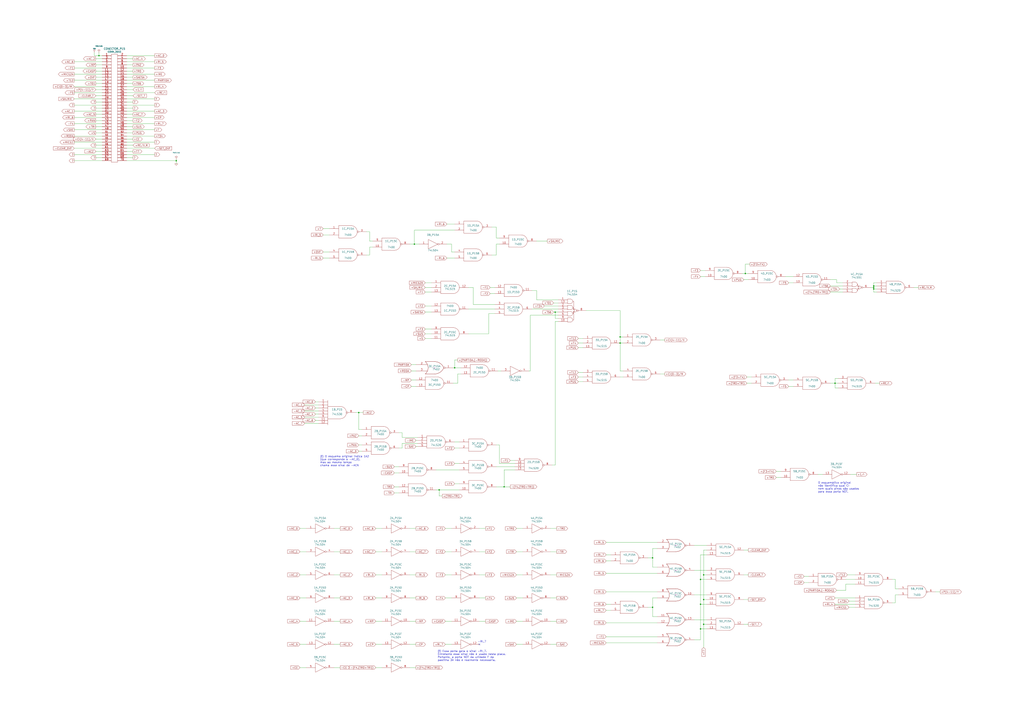
<source format=kicad_sch>
(kicad_sch (version 20250114) (generator "eeschema") (generator_version "9.0")
  (paper "A1")
  (title_block (date "2 aug 2016"))
  (text "(!) Essa porta gera o sinal -RI_7.\nEntretanto esse sinal não é usado nesta placa.\nPortanto, a porta NOT da unidade F da\npastilha 3A não é realmente necessária." (at 359.41 543.56 0) (effects (font (size 1.524 1.524)) (justify left bottom)))
  (text "O esquemático original \nnão identifica qual CI\nnem quais pinos são usados\npara essa porta NOT." (at 671.83 405.13 0) (effects (font (size 1.524 1.524)) (justify left bottom)))
  (text "(!) O esquema original indica 1A2\n(que corresponde a -AC_0),\nmas ao mesmo tempo\nchama esse sinal de -ACN" (at 262.89 383.54 0) (effects (font (size 1.524 1.524)) (justify left bottom)))
  (text "-RI_7" (at 392.43 528.32 0) (effects (font (size 1.524 1.524)) (justify left bottom)))
  (junction (at 612.14 224.79))
  (junction (at 577.85 513.08))
  (junction (at 535.94 499.11))
  (junction (at 575.31 476.25))
  (junction (at 414.02 400.05))
  (junction (at 577.85 492.76))
  (junction (at 717.55 234.95))
  (junction (at 577.85 472.44))
  (junction (at 373.38 302.26))
  (junction (at 717.55 237.49))
  (junction (at 685.8 314.96))
  (junction (at 340.36 200.66))
  (junction (at 509.27 281.94))
  (junction (at 144.78 132.08))
  (junction (at 509.27 276.86))
  (junction (at 535.94 458.47))
  (junction (at 575.31 496.57))
  (junction (at 575.31 516.89))
  (junction (at 717.55 236.22))
  (junction (at 360.68 402.59))
  (junction (at 455.93 256.54))
  (junction (at 81.28 45.72))
  (junction (at 294.64 339.09))
  (no_connect (at 393.7 529.59))
  (wire (pts (xy 349.25 232.41) (xy 354.33 232.41)))
  (wire (pts (xy 702.31 494.03) (xy 697.23 494.03)))
  (wire (pts (xy 546.1 307.34) (xy 542.29 307.34)))
  (wire (pts (xy 575.31 525.78) (xy 570.23 525.78)))
  (wire (pts (xy 457.2 434.34) (xy 452.12 434.34)))
  (wire (pts (xy 259.08 330.2) (xy 261.62 330.2)))
  (wire (pts (xy 60.96 132.08) (xy 83.82 132.08)))
  (wire (pts (xy 532.13 458.47) (xy 535.94 458.47)))
  (wire (pts (xy 575.31 516.89) (xy 575.31 525.78)))
  (wire (pts (xy 474.98 306.07) (xy 478.79 306.07)))
  (wire (pts (xy 614.68 452.12) (xy 610.87 452.12)))
  (wire (pts (xy 481.33 255.27) (xy 509.27 255.27)))
  (wire (pts (xy 370.84 207.01) (xy 373.38 207.01)))
  (wire (pts (xy 279.4 472.44) (xy 274.32 472.44)))
  (wire (pts (xy 313.69 510.54) (xy 308.61 510.54)))
  (wire (pts (xy 341.63 367.03) (xy 342.9 367.03)))
  (wire (pts (xy 127 96.52) (xy 104.14 96.52)))
  (wire (pts (xy 78.74 63.5) (xy 83.82 63.5)))
  (wire (pts (xy 294.64 353.06) (xy 294.64 339.09)))
  (wire (pts (xy 407.67 209.55) (xy 403.86 209.55)))
  (wire (pts (xy 570.23 468.63) (xy 580.39 468.63)))
  (wire (pts (xy 692.15 234.95) (xy 681.99 234.95)))
  (wire (pts (xy 497.84 445.77) (xy 539.75 445.77)))
  (wire (pts (xy 313.69 491.49) (xy 308.61 491.49)))
  (wire (pts (xy 330.2 364.49) (xy 330.2 368.3)))
  (wire (pts (xy 697.23 499.11) (xy 702.31 499.11)))
  (wire (pts (xy 78.74 73.66) (xy 83.82 73.66)))
  (wire (pts (xy 259.08 340.36) (xy 261.62 340.36)))
  (wire (pts (xy 402.59 236.22) (xy 406.4 236.22)))
  (wire (pts (xy 408.94 304.8) (xy 411.48 304.8)))
  (wire (pts (xy 313.69 453.39) (xy 308.61 453.39)))
  (wire (pts (xy 403.86 186.69) (xy 407.67 186.69)))
  (wire (pts (xy 717.55 237.49) (xy 717.55 240.03)))
  (wire (pts (xy 341.63 510.54) (xy 336.55 510.54)))
  (wire (pts (xy 615.95 217.17) (xy 612.14 217.17)))
  (wire (pts (xy 109.22 129.54) (xy 104.14 129.54)))
  (wire (pts (xy 539.75 528.32) (xy 497.84 528.32)))
  (wire (pts (xy 398.78 510.54) (xy 393.7 510.54)))
  (wire (pts (xy 617.22 314.96) (xy 613.41 314.96)))
  (wire (pts (xy 579.12 227.33) (xy 575.31 227.33)))
  (wire (pts (xy 341.63 434.34) (xy 336.55 434.34)))
  (wire (pts (xy 261.62 342.9) (xy 250.19 342.9)))
  (wire (pts (xy 349.25 278.13) (xy 354.33 278.13)))
  (wire (pts (xy 370.84 200.66) (xy 370.84 207.01)))
  (wire (pts (xy 370.84 453.39) (xy 365.76 453.39)))
  (wire (pts (xy 535.94 506.73) (xy 539.75 506.73)))
  (wire (pts (xy 360.68 402.59) (xy 377.19 402.59)))
  (wire (pts (xy 330.2 368.3) (xy 327.66 368.3)))
  (wire (pts (xy 144.78 130.81) (xy 144.78 132.08)))
  (wire (pts (xy 681.99 229.87) (xy 687.07 229.87)))
  (wire (pts (xy 341.63 472.44) (xy 336.55 472.44)))
  (wire (pts (xy 720.09 234.95) (xy 717.55 234.95)))
  (wire (pts (xy 251.46 491.49) (xy 246.38 491.49)))
  (wire (pts (xy 373.38 189.23) (xy 340.36 189.23)))
  (wire (pts (xy 384.81 254) (xy 406.4 254)))
  (wire (pts (xy 370.84 529.59) (xy 365.76 529.59)))
  (wire (pts (xy 77.47 45.72) (xy 81.28 45.72)))
  (wire (pts (xy 127 45.72) (xy 104.14 45.72)))
  (wire (pts (xy 109.22 48.26) (xy 104.14 48.26)))
  (wire (pts (xy 303.53 190.5) (xy 303.53 198.12)))
  (wire (pts (xy 685.8 314.96) (xy 685.8 318.77)))
  (wire (pts (xy 474.98 281.94) (xy 478.79 281.94)))
  (wire (pts (xy 455.93 264.16) (xy 458.47 264.16)))
  (wire (pts (xy 702.31 491.49) (xy 685.8 491.49)))
  (wire (pts (xy 259.08 345.44) (xy 261.62 345.44)))
  (wire (pts (xy 303.53 203.2) (xy 303.53 209.55)))
  (wire (pts (xy 720.09 237.49) (xy 717.55 237.49)))
  (wire (pts (xy 671.83 389.89) (xy 675.64 389.89)))
  (wire (pts (xy 660.4 473.71) (xy 664.21 473.71)))
  (wire (pts (xy 614.68 513.08) (xy 610.87 513.08)))
  (wire (pts (xy 539.75 511.81) (xy 497.84 511.81)))
  (wire (pts (xy 127 60.96) (xy 104.14 60.96)))
  (wire (pts (xy 772.16 486.41) (xy 768.35 486.41)))
  (wire (pts (xy 349.25 240.03) (xy 354.33 240.03)))
  (wire (pts (xy 265.43 187.96) (xy 270.51 187.96)))
  (wire (pts (xy 60.96 121.92) (xy 83.82 121.92)))
  (wire (pts (xy 685.8 314.96) (xy 688.34 314.96)))
  (wire (pts (xy 614.68 229.87) (xy 610.87 229.87)))
  (wire (pts (xy 509.27 276.86) (xy 511.81 276.86)))
  (wire (pts (xy 127 81.28) (xy 104.14 81.28)))
  (wire (pts (xy 735.33 495.3) (xy 732.79 495.3)))
  (wire (pts (xy 580.39 488.95) (xy 570.23 488.95)))
  (wire (pts (xy 60.96 55.88) (xy 83.82 55.88)))
  (wire (pts (xy 78.74 53.34) (xy 83.82 53.34)))
  (wire (pts (xy 455.93 382.27) (xy 455.93 264.16)))
  (wire (pts (xy 297.18 358.14) (xy 294.64 358.14)))
  (wire (pts (xy 372.11 302.26) (xy 373.38 302.26)))
  (wire (pts (xy 511.81 281.94) (xy 509.27 281.94)))
  (wire (pts (xy 127 66.04) (xy 104.14 66.04)))
  (wire (pts (xy 373.38 302.26) (xy 378.46 302.26)))
  (wire (pts (xy 336.55 200.66) (xy 340.36 200.66)))
  (wire (pts (xy 279.4 529.59) (xy 274.32 529.59)))
  (wire (pts (xy 313.69 472.44) (xy 308.61 472.44)))
  (wire (pts (xy 127 121.92) (xy 104.14 121.92)))
  (wire (pts (xy 370.84 510.54) (xy 365.76 510.54)))
  (wire (pts (xy 532.13 499.11) (xy 535.94 499.11)))
  (wire (pts (xy 261.62 337.82) (xy 250.19 337.82)))
  (wire (pts (xy 78.74 58.42) (xy 83.82 58.42)))
  (wire (pts (xy 651.51 232.41) (xy 647.7 232.41)))
  (wire (pts (xy 367.03 212.09) (xy 373.38 212.09)))
  (wire (pts (xy 735.33 483.87) (xy 737.87 483.87)))
  (wire (pts (xy 401.32 274.32) (xy 384.81 274.32)))
  (wire (pts (xy 313.69 434.34) (xy 308.61 434.34)))
  (wire (pts (xy 127 71.12) (xy 104.14 71.12)))
  (wire (pts (xy 251.46 510.54) (xy 246.38 510.54)))
  (wire (pts (xy 577.85 513.08) (xy 580.39 513.08)))
  (wire (pts (xy 81.28 43.18) (xy 81.28 45.72)))
  (wire (pts (xy 687.07 485.14) (xy 694.69 485.14)))
  (wire (pts (xy 577.85 472.44) (xy 577.85 492.76)))
  (wire (pts (xy 717.55 236.22) (xy 715.01 236.22)))
  (wire (pts (xy 375.92 295.91) (xy 373.38 295.91)))
  (wire (pts (xy 535.94 466.09) (xy 539.75 466.09)))
  (wire (pts (xy 539.75 491.49) (xy 535.94 491.49)))
  (wire (pts (xy 251.46 434.34) (xy 246.38 434.34)))
  (wire (pts (xy 455.93 261.62) (xy 458.47 261.62)))
  (wire (pts (xy 327.66 405.13) (xy 323.85 405.13)))
  (wire (pts (xy 261.62 347.98) (xy 250.19 347.98)))
  (wire (pts (xy 109.22 88.9) (xy 104.14 88.9)))
  (wire (pts (xy 127 116.84) (xy 104.14 116.84)))
  (wire (pts (xy 60.96 116.84) (xy 83.82 116.84)))
  (wire (pts (xy 735.33 488.95) (xy 735.33 495.3)))
  (wire (pts (xy 664.21 478.79) (xy 660.4 478.79)))
  (wire (pts (xy 60.96 101.6) (xy 83.82 101.6)))
  (wire (pts (xy 681.99 314.96) (xy 685.8 314.96)))
  (wire (pts (xy 109.22 104.14) (xy 104.14 104.14)))
  (wire (pts (xy 270.51 193.04) (xy 265.43 193.04)))
  (wire (pts (xy 109.22 58.42) (xy 104.14 58.42)))
  (wire (pts (xy 454.66 256.54) (xy 455.93 256.54)))
  (wire (pts (xy 440.69 246.38) (xy 458.47 246.38)))
  (wire (pts (xy 613.41 309.88) (xy 617.22 309.88)))
  (wire (pts (xy 407.67 365.76) (xy 410.21 365.76)))
  (wire (pts (xy 398.78 472.44) (xy 393.7 472.44)))
  (wire (pts (xy 313.69 529.59) (xy 308.61 529.59)))
  (wire (pts (xy 575.31 516.89) (xy 580.39 516.89)))
  (wire (pts (xy 703.58 389.89) (xy 698.5 389.89)))
  (wire (pts (xy 577.85 452.12) (xy 577.85 472.44)))
  (wire (pts (xy 497.84 523.24) (xy 539.75 523.24)))
  (wire (pts (xy 251.46 453.39) (xy 246.38 453.39)))
  (wire (pts (xy 436.88 254) (xy 458.47 254)))
  (wire (pts (xy 388.62 250.19) (xy 406.4 250.19)))
  (wire (pts (xy 60.96 111.76) (xy 83.82 111.76)))
  (wire (pts (xy 688.34 311.15) (xy 685.8 311.15)))
  (wire (pts (xy 429.26 529.59) (xy 424.18 529.59)))
  (wire (pts (xy 109.22 99.06) (xy 104.14 99.06)))
  (wire (pts (xy 539.75 471.17) (xy 497.84 471.17)))
  (wire (pts (xy 261.62 332.74) (xy 250.19 332.74)))
  (wire (pts (xy 109.22 78.74) (xy 104.14 78.74)))
  (wire (pts (xy 429.26 434.34) (xy 424.18 434.34)))
  (wire (pts (xy 580.39 455.93) (xy 575.31 455.93)))
  (wire (pts (xy 279.4 510.54) (xy 274.32 510.54)))
  (wire (pts (xy 363.22 407.67) (xy 360.68 407.67)))
  (wire (pts (xy 454.66 248.92) (xy 458.47 248.92)))
  (wire (pts (xy 327.66 388.62) (xy 323.85 388.62)))
  (wire (pts (xy 501.65 501.65) (xy 497.84 501.65)))
  (wire (pts (xy 127 91.44) (xy 104.14 91.44)))
  (wire (pts (xy 717.55 240.03) (xy 720.09 240.03)))
  (wire (pts (xy 685.8 318.77) (xy 688.34 318.77)))
  (wire (pts (xy 609.6 224.79) (xy 612.14 224.79)))
  (wire (pts (xy 377.19 368.3) (xy 373.38 368.3)))
  (wire (pts (xy 367.03 184.15) (xy 373.38 184.15)))
  (wire (pts (xy 546.1 279.4) (xy 542.29 279.4)))
  (wire (pts (xy 373.38 363.22) (xy 377.19 363.22)))
  (wire (pts (xy 60.96 91.44) (xy 83.82 91.44)))
  (wire (pts (xy 378.46 307.34) (xy 375.92 307.34)))
  (wire (pts (xy 577.85 452.12) (xy 580.39 452.12)))
  (wire (pts (xy 78.74 99.06) (xy 83.82 99.06)))
  (wire (pts (xy 330.2 364.49) (xy 342.9 364.49)))
  (wire (pts (xy 330.2 359.41) (xy 342.9 359.41)))
  (wire (pts (xy 358.14 402.59) (xy 360.68 402.59)))
  (wire (pts (xy 60.96 106.68) (xy 83.82 106.68)))
  (wire (pts (xy 717.55 232.41) (xy 717.55 234.95)))
  (wire (pts (xy 60.96 81.28) (xy 83.82 81.28)))
  (wire (pts (xy 692.15 237.49) (xy 689.61 237.49)))
  (wire (pts (xy 349.25 270.51) (xy 354.33 270.51)))
  (wire (pts (xy 341.63 299.72) (xy 337.82 299.72)))
  (wire (pts (xy 457.2 472.44) (xy 452.12 472.44)))
  (wire (pts (xy 702.31 476.25) (xy 694.69 476.25)))
  (wire (pts (xy 251.46 548.64) (xy 246.38 548.64)))
  (wire (pts (xy 60.96 96.52) (xy 83.82 96.52)))
  (wire (pts (xy 358.14 386.08) (xy 377.19 386.08)))
  (wire (pts (xy 429.26 453.39) (xy 424.18 453.39)))
  (wire (pts (xy 306.07 203.2) (xy 303.53 203.2)))
  (wire (pts (xy 78.74 88.9) (xy 83.82 88.9)))
  (wire (pts (xy 341.63 361.95) (xy 342.9 361.95)))
  (wire (pts (xy 717.55 234.95) (xy 717.55 236.22)))
  (wire (pts (xy 407.67 195.58) (xy 410.21 195.58)))
  (wire (pts (xy 60.96 76.2) (xy 83.82 76.2)))
  (wire (pts (xy 509.27 276.86) (xy 509.27 281.94)))
  (wire (pts (xy 435.61 304.8) (xy 435.61 259.08)))
  (wire (pts (xy 60.96 66.04) (xy 83.82 66.04)))
  (wire (pts (xy 694.69 480.06) (xy 702.31 480.06)))
  (wire (pts (xy 251.46 472.44) (xy 246.38 472.44)))
  (wire (pts (xy 127 111.76) (xy 104.14 111.76)))
  (wire (pts (xy 407.67 186.69) (xy 407.67 195.58)))
  (wire (pts (xy 109.22 109.22) (xy 104.14 109.22)))
  (wire (pts (xy 109.22 114.3) (xy 104.14 114.3)))
  (wire (pts (xy 81.28 45.72) (xy 83.82 45.72)))
  (wire (pts (xy 722.63 314.96) (xy 718.82 314.96)))
  (wire (pts (xy 341.63 548.64) (xy 336.55 548.64)))
  (wire (pts (xy 575.31 496.57) (xy 580.39 496.57)))
  (wire (pts (xy 337.82 312.42) (xy 341.63 312.42)))
  (wire (pts (xy 78.74 129.54) (xy 83.82 129.54)))
  (wire (pts (xy 440.69 198.12) (xy 449.58 198.12)))
  (wire (pts (xy 497.84 455.93) (xy 501.65 455.93)))
  (wire (pts (xy 109.22 63.5) (xy 104.14 63.5)))
  (wire (pts (xy 388.62 236.22) (xy 384.81 236.22)))
  (wire (pts (xy 474.98 313.69) (xy 478.79 313.69)))
  (wire (pts (xy 580.39 476.25) (xy 575.31 476.25)))
  (wire (pts (xy 645.16 227.33) (xy 651.51 227.33)))
  (wire (pts (xy 436.88 238.76) (xy 440.69 238.76)))
  (wire (pts (xy 453.39 382.27) (xy 455.93 382.27)))
  (wire (pts (xy 83.82 114.3) (xy 78.74 114.3)))
  (wire (pts (xy 685.8 496.57) (xy 702.31 496.57)))
  (wire (pts (xy 78.74 104.14) (xy 83.82 104.14)))
  (wire (pts (xy 580.39 492.76) (xy 577.85 492.76)))
  (wire (pts (xy 687.07 229.87) (xy 687.07 232.41)))
  (wire (pts (xy 109.22 68.58) (xy 104.14 68.58)))
  (wire (pts (xy 341.63 491.49) (xy 336.55 491.49)))
  (wire (pts (xy 497.84 496.57) (xy 501.65 496.57)))
  (wire (pts (xy 398.78 434.34) (xy 393.7 434.34)))
  (wire (pts (xy 127 86.36) (xy 104.14 86.36)))
  (wire (pts (xy 535.94 450.85) (xy 535.94 458.47)))
  (wire (pts (xy 681.99 240.03) (xy 692.15 240.03)))
  (wire (pts (xy 279.4 453.39) (xy 274.32 453.39)))
  (wire (pts (xy 354.33 274.32) (xy 349.25 274.32)))
  (wire (pts (xy 127 106.68) (xy 104.14 106.68)))
  (wire (pts (xy 294.64 339.09) (xy 298.45 339.09)))
  (wire (pts (xy 455.93 256.54) (xy 455.93 261.62)))
  (wire (pts (xy 398.78 491.49) (xy 393.7 491.49)))
  (wire (pts (xy 497.84 486.41) (xy 539.75 486.41)))
  (wire (pts (xy 297.18 365.76) (xy 294.64 365.76)))
  (wire (pts (xy 127 101.6) (xy 104.14 101.6)))
  (wire (pts (xy 109.22 73.66) (xy 104.14 73.66)))
  (wire (pts (xy 429.26 510.54) (xy 424.18 510.54)))
  (wire (pts (xy 474.98 278.13) (xy 478.79 278.13)))
  (wire (pts (xy 127 127) (xy 104.14 127)))
  (wire (pts (xy 474.98 309.88) (xy 478.79 309.88)))
  (wire (pts (xy 398.78 453.39) (xy 393.7 453.39)))
  (wire (pts (xy 407.67 400.05) (xy 414.02 400.05)))
  (wire (pts (xy 354.33 256.54) (xy 349.25 256.54)))
  (wire (pts (xy 104.14 124.46) (xy 109.22 124.46)))
  (wire (pts (xy 60.96 127) (xy 83.82 127)))
  (wire (pts (xy 78.74 83.82) (xy 83.82 83.82)))
  (wire (pts (xy 259.08 335.28) (xy 261.62 335.28)))
  (wire (pts (xy 279.4 491.49) (xy 274.32 491.49)))
  (wire (pts (xy 341.63 453.39) (xy 336.55 453.39)))
  (wire (pts (xy 458.47 251.46) (xy 447.04 251.46)))
  (wire (pts (xy 407.67 383.54) (xy 422.91 383.54)))
  (wire (pts (xy 279.4 548.64) (xy 274.32 548.64)))
  (wire (pts (xy 401.32 257.81) (xy 401.32 274.32)))
  (wire (pts (xy 410.21 365.76) (xy 410.21 381)))
  (wire (pts (xy 300.99 190.5) (xy 303.53 190.5)))
  (wire (pts (xy 577.85 513.08) (xy 577.85 532.13)))
  (wire (pts (xy 370.84 472.44) (xy 365.76 472.44)))
  (wire (pts (xy 685.8 311.15) (xy 685.8 314.96)))
  (wire (pts (xy 388.62 236.22) (xy 388.62 250.19)))
  (wire (pts (xy 457.2 510.54) (xy 452.12 510.54)))
  (wire (pts (xy 294.64 353.06) (xy 297.18 353.06)))
  (wire (pts (xy 373.38 295.91) (xy 373.38 302.26)))
  (wire (pts (xy 78.74 93.98) (xy 83.82 93.98)))
  (wire (pts (xy 612.14 217.17) (xy 612.14 224.79)))
  (wire (pts (xy 77.47 45.72) (xy 77.47 43.18)))
  (wire (pts (xy 580.39 472.44) (xy 577.85 472.44)))
  (wire (pts (xy 373.38 397.51) (xy 377.19 397.51)))
  (wire (pts (xy 375.92 314.96) (xy 372.11 314.96)))
  (wire (pts (xy 612.14 224.79) (xy 614.68 224.79)))
  (wire (pts (xy 457.2 529.59) (xy 452.12 529.59)))
  (wire (pts (xy 349.25 236.22) (xy 354.33 236.22)))
  (wire (pts (xy 614.68 472.44) (xy 610.87 472.44)))
  (wire (pts (xy 60.96 50.8) (xy 83.82 50.8)))
  (wire (pts (xy 265.43 207.01) (xy 270.51 207.01)))
  (wire (pts (xy 370.84 491.49) (xy 365.76 491.49)))
  (wire (pts (xy 435.61 259.08) (xy 458.47 259.08)))
  (wire (pts (xy 294.64 370.84) (xy 297.18 370.84)))
  (wire (pts (xy 575.31 496.57) (xy 575.31 516.89)))
  (wire (pts (xy 434.34 304.8) (xy 435.61 304.8)))
  (wire (pts (xy 330.2 355.6) (xy 327.66 355.6)))
  (wire (pts (xy 60.96 71.12) (xy 83.82 71.12)))
  (wire (pts (xy 414.02 400.05) (xy 419.1 400.05)))
  (wire (pts (xy 580.39 448.31) (xy 570.23 448.31)))
  (wire (pts (xy 455.93 256.54) (xy 458.47 256.54)))
  (wire (pts (xy 735.33 476.25) (xy 735.33 483.87)))
  (wire (pts (xy 78.74 109.22) (xy 83.82 109.22)))
  (wire (pts (xy 717.55 236.22) (xy 717.55 237.49)))
  (wire (pts (xy 422.91 386.08) (xy 414.02 386.08)))
  (wire (pts (xy 509.27 304.8) (xy 511.81 304.8)))
  (wire (pts (xy 429.26 491.49) (xy 424.18 491.49)))
  (wire (pts (xy 109.22 119.38) (xy 104.14 119.38)))
  (wire (pts (xy 78.74 124.46) (xy 83.82 124.46)))
  (wire (pts (xy 367.03 200.66) (xy 370.84 200.66)))
  (wire (pts (xy 109.22 93.98) (xy 104.14 93.98)))
  (wire (pts (xy 323.85 383.54) (xy 327.66 383.54)))
  (wire (pts (xy 109.22 83.82) (xy 104.14 83.82)))
  (wire (pts (xy 575.31 455.93) (xy 575.31 476.25)))
  (wire (pts (xy 637.54 387.35) (xy 641.35 387.35)))
  (wire (pts (xy 251.46 529.59) (xy 246.38 529.59)))
  (wire (pts (xy 78.74 48.26) (xy 83.82 48.26)))
  (wire (pts (xy 313.69 548.64) (xy 308.61 548.64)))
  (wire (pts (xy 539.75 450.85) (xy 535.94 450.85)))
  (wire (pts (xy 292.1 339.09) (xy 294.64 339.09)))
  (wire (pts (xy 457.2 491.49) (xy 452.12 491.49)))
  (wire (pts (xy 340.36 189.23) (xy 340.36 200.66)))
  (wire (pts (xy 429.26 472.44) (xy 424.18 472.44)))
  (wire (pts (xy 457.2 453.39) (xy 452.12 453.39)))
  (wire (pts (xy 401.32 257.81) (xy 406.4 257.81)))
  (wire (pts (xy 370.84 434.34) (xy 365.76 434.34)))
  (wire (pts (xy 375.92 307.34) (xy 375.92 314.96)))
  (wire (pts (xy 535.94 499.11) (xy 535.94 506.73)))
  (wire (pts (xy 78.74 78.74) (xy 83.82 78.74)))
  (wire (pts (xy 695.96 472.44) (xy 702.31 472.44)))
  (wire (pts (xy 323.85 400.05) (xy 327.66 400.05)))
  (wire (pts (xy 575.31 222.25) (xy 579.12 222.25)))
  (wire (pts (xy 651.51 317.5) (xy 647.7 317.5)))
  (wire (pts (xy 440.69 238.76) (xy 440.69 246.38)))
  (wire (pts (xy 330.2 359.41) (xy 330.2 355.6)))
  (wire (pts (xy 511.81 309.88) (xy 509.27 309.88)))
  (wire (pts (xy 509.27 281.94) (xy 509.27 304.8)))
  (wire (pts (xy 127 55.88) (xy 104.14 55.88)))
  (wire (pts (xy 614.68 492.76) (xy 610.87 492.76)))
  (wire (pts (xy 737.87 488.95) (xy 735.33 488.95)))
  (wire (pts (xy 407.67 200.66) (xy 407.67 209.55)))
  (wire (pts (xy 535.94 491.49) (xy 535.94 499.11)))
  (wire (pts (xy 641.35 392.43) (xy 637.54 392.43)))
  (wire (pts (xy 104.14 132.08) (xy 144.78 132.08)))
  (wire (pts (xy 340.36 200.66) (xy 344.17 200.66)))
  (wire (pts (xy 754.38 236.22) (xy 750.57 236.22)))
  (wire (pts (xy 509.27 255.27) (xy 509.27 276.86)))
  (wire (pts (xy 83.82 119.38) (xy 78.74 119.38)))
  (wire (pts (xy 109.22 53.34) (xy 104.14 53.34)))
  (wire (pts (xy 360.68 407.67) (xy 360.68 402.59)))
  (wire (pts (xy 732.79 476.25) (xy 735.33 476.25)))
  (wire (pts (xy 414.02 386.08) (xy 414.02 400.05)))
  (wire (pts (xy 687.07 232.41) (xy 692.15 232.41)))
  (wire (pts (xy 570.23 509.27) (xy 580.39 509.27)))
  (wire (pts (xy 303.53 209.55) (xy 300.99 209.55)))
  (wire (pts (xy 419.1 378.46) (xy 422.91 378.46)))
  (wire (pts (xy 373.38 381) (xy 377.19 381)))
  (wire (pts (xy 60.96 86.36) (xy 83.82 86.36)))
  (wire (pts (xy 501.65 461.01) (xy 497.84 461.01)))
  (wire (pts (xy 410.21 381) (xy 422.91 381)))
  (wire (pts (xy 127 50.8) (xy 104.14 50.8)))
  (wire (pts (xy 341.63 317.5) (xy 337.82 317.5)))
  (wire (pts (xy 127 76.2) (xy 104.14 76.2)))
  (wire (pts (xy 406.4 241.3) (xy 402.59 241.3)))
  (wire (pts (xy 694.69 485.14) (xy 694.69 480.06)))
  (wire (pts (xy 575.31 476.25) (xy 575.31 496.57)))
  (wire (pts (xy 349.25 251.46) (xy 354.33 251.46)))
  (wire (pts (xy 410.21 200.66) (xy 407.67 200.66)))
  (wire (pts (xy 341.63 529.59) (xy 336.55 529.59)))
  (wire (pts (xy 647.7 312.42) (xy 651.51 312.42)))
  (wire (pts (xy 474.98 285.75) (xy 478.79 285.75)))
  (wire (pts (xy 144.78 132.08) (xy 144.78 134.62)))
  (wire (pts (xy 720.09 232.41) (xy 717.55 232.41)))
  (wire (pts (xy 279.4 434.34) (xy 274.32 434.34)))
  (wire (pts (xy 577.85 492.76) (xy 577.85 513.08)))
  (wire (pts (xy 78.74 68.58) (xy 83.82 68.58)))
  (wire (pts (xy 535.94 458.47) (xy 535.94 466.09)))
  (wire (pts (xy 303.53 198.12) (xy 306.07 198.12)))
  (wire (pts (xy 270.51 212.09) (xy 265.43 212.09)))
  (wire (pts (xy 341.63 304.8) (xy 337.82 304.8)))
  (wire (pts (xy 60.96 60.96) (xy 83.82 60.96)))
  (global_label "+AC_4" (shape input) (at 246.38 510.54 180) (effects (font (size 1.524 1.524))) (property "Intersheetrefs" "${INTERSHEET_REFS}" (effects (hide yes))))
  (global_label "+T34" (shape output) (at 127 111.76 0) (effects (font (size 1.524 1.524))) (property "Intersheetrefs" "${INTERSHEET_REFS}" (effects (hide yes))))
  (global_label "+(F3+F4)" (shape output) (at 615.95 217.17 0) (effects (font (size 1.524 1.524))) (property "Intersheetrefs" "${INTERSHEET_REFS}" (effects (hide yes))))
  (global_label "+T01" (shape output) (at 78.74 68.58 180) (effects (font (size 1.524 1.524))) (property "Intersheetrefs" "${INTERSHEET_REFS}" (effects (hide yes))))
  (global_label "+(F3+F4)" (shape input) (at 613.41 309.88 180) (effects (font (size 1.524 1.524))) (property "Intersheetrefs" "${INTERSHEET_REFS}" (effects (hide yes))))
  (global_label "+PAZ" (shape input) (at 294.64 358.14 180) (effects (font (size 1.524 1.524))) (property "Intersheetrefs" "${INTERSHEET_REFS}" (effects (hide yes))))
  (global_label "-F4" (shape output) (at 60.96 101.6 180) (effects (font (size 1.524 1.524))) (property "Intersheetrefs" "${INTERSHEET_REFS}" (effects (hide yes))))
  (global_label "+T34" (shape input) (at 447.04 251.46 180) (effects (font (size 1.524 1.524))) (property "Intersheetrefs" "${INTERSHEET_REFS}" (effects (hide yes))))
  (global_label "+RI_5" (shape output) (at 127 50.8 0) (effects (font (size 1.524 1.524))) (property "Intersheetrefs" "${INTERSHEET_REFS}" (effects (hide yes))))
  (global_label "-CP" (shape output) (at 341.63 529.59 0) (effects (font (size 1.524 1.524))) (property "Intersheetrefs" "${INTERSHEET_REFS}" (effects (hide yes))))
  (global_label "+OVF" (shape input) (at 265.43 207.01 180) (effects (font (size 1.524 1.524))) (property "Intersheetrefs" "${INTERSHEET_REFS}" (effects (hide yes))))
  (global_label "+RI_7" (shape input) (at 365.76 529.59 180) (effects (font (size 1.524 1.524))) (property "Intersheetrefs" "${INTERSHEET_REFS}" (effects (hide yes))))
  (global_label "+RI_6" (shape input) (at 367.03 184.15 180) (effects (font (size 1.524 1.524))) (property "Intersheetrefs" "${INTERSHEET_REFS}" (effects (hide yes))))
  (global_label "+AC_1" (shape output) (at 60.96 91.44 180) (effects (font (size 1.524 1.524))) (property "Intersheetrefs" "${INTERSHEET_REFS}" (effects (hide yes))))
  (global_label "+PUG" (shape output) (at 109.22 109.22 0) (effects (font (size 1.524 1.524))) (property "Intersheetrefs" "${INTERSHEET_REFS}" (effects (hide yes))))
  (global_label "+S" (shape input) (at 349.25 278.13 180) (effects (font (size 1.524 1.524))) (property "Intersheetrefs" "${INTERSHEET_REFS}" (effects (hide yes))))
  (global_label "-AC_1" (shape output) (at 279.4 453.39 0) (effects (font (size 1.524 1.524))) (property "Intersheetrefs" "${INTERSHEET_REFS}" (effects (hide yes))))
  (global_label "-F1" (shape input) (at 419.1 378.46 180) (effects (font (size 1.524 1.524))) (property "Intersheetrefs" "${INTERSHEET_REFS}" (effects (hide yes))))
  (global_label "+RE/I" (shape output) (at 722.63 314.96 0) (effects (font (size 1.524 1.524))) (property "Intersheetrefs" "${INTERSHEET_REFS}" (effects (hide yes))))
  (global_label "-AC_5" (shape input) (at 250.19 342.9 180) (effects (font (size 1.524 1.524))) (property "Intersheetrefs" "${INTERSHEET_REFS}" (effects (hide yes))))
  (global_label "+RI_7" (shape input) (at 497.84 501.65 180) (effects (font (size 1.524 1.524))) (property "Intersheetrefs" "${INTERSHEET_REFS}" (effects (hide yes))))
  (global_label "+CE" (shape output) (at 109.22 114.3 0) (effects (font (size 1.524 1.524))) (property "Intersheetrefs" "${INTERSHEET_REFS}" (effects (hide yes))))
  (global_label "-SUS" (shape input) (at 323.85 383.54 180) (effects (font (size 1.524 1.524))) (property "Intersheetrefs" "${INTERSHEET_REFS}" (effects (hide yes))))
  (global_label "+(F3+F4)" (shape input) (at 637.54 387.35 180) (effects (font (size 1.524 1.524))) (property "Intersheetrefs" "${INTERSHEET_REFS}" (effects (hide yes))))
  (global_label "+T12" (shape input) (at 695.96 472.44 180) (effects (font (size 1.524 1.524))) (property "Intersheetrefs" "${INTERSHEET_REFS}" (effects (hide yes))))
  (global_label "?" (shape output) (at 109.22 83.82 0) (effects (font (size 1.524 1.524))) (property "Intersheetrefs" "${INTERSHEET_REFS}" (effects (hide yes))))
  (global_label "-F3" (shape output) (at 127 55.88 0) (effects (font (size 1.524 1.524))) (property "Intersheetrefs" "${INTERSHEET_REFS}" (effects (hide yes))))
  (global_label "-CP" (shape input) (at 337.82 317.5 180) (effects (font (size 1.524 1.524))) (property "Intersheetrefs" "${INTERSHEET_REFS}" (effects (hide yes))))
  (global_label "?" (shape output) (at 60.96 127 180) (effects (font (size 1.524 1.524))) (property "Intersheetrefs" "${INTERSHEET_REFS}" (effects (hide yes))))
  (global_label "+S" (shape output) (at 78.74 109.22 180) (effects (font (size 1.524 1.524))) (property "Intersheetrefs" "${INTERSHEET_REFS}" (effects (hide yes))))
  (global_label "+SALMIC" (shape input) (at 349.25 236.22 180) (effects (font (size 1.524 1.524))) (property "Intersheetrefs" "${INTERSHEET_REFS}" (effects (hide yes))))
  (global_label "+PUG" (shape input) (at 610.87 229.87 180) (effects (font (size 1.524 1.524))) (property "Intersheetrefs" "${INTERSHEET_REFS}" (effects (hide yes))))
  (global_label "+RI_7" (shape input) (at 497.84 455.93 180) (effects (font (size 1.524 1.524))) (property "Intersheetrefs" "${INTERSHEET_REFS}" (effects (hide yes))))
  (global_label "+SALMIC" (shape input) (at 60.96 81.28 180) (effects (font (size 1.524 1.524))) (property "Intersheetrefs" "${INTERSHEET_REFS}" (effects (hide yes))))
  (global_label "+F3" (shape input) (at 373.38 381 180) (effects (font (size 1.524 1.524))) (property "Intersheetrefs" "${INTERSHEET_REFS}" (effects (hide yes))))
  (global_label "?" (shape output) (at 78.74 88.9 180) (effects (font (size 1.524 1.524))) (property "Intersheetrefs" "${INTERSHEET_REFS}" (effects (hide yes))))
  (global_label "-PARTIDA" (shape output) (at 127 66.04 0) (effects (font (size 1.524 1.524))) (property "Intersheetrefs" "${INTERSHEET_REFS}" (effects (hide yes))))
  (global_label "?" (shape output) (at 78.74 129.54 180) (effects (font (size 1.524 1.524))) (property "Intersheetrefs" "${INTERSHEET_REFS}" (effects (hide yes))))
  (global_label "-AC_7" (shape input) (at 250.19 347.98 180) (effects (font (size 1.524 1.524))) (property "Intersheetrefs" "${INTERSHEET_REFS}" (effects (hide yes))))
  (global_label "+T" (shape output) (at 127 106.68 0) (effects (font (size 1.524 1.524))) (property "Intersheetrefs" "${INTERSHEET_REFS}" (effects (hide yes))))
  (global_label "-MICG2A" (shape output) (at 457.2 472.44 0) (effects (font (size 1.524 1.524))) (property "Intersheetrefs" "${INTERSHEET_REFS}" (effects (hide yes))))
  (global_label "+MICG2A" (shape input) (at 349.25 232.41 180) (effects (font (size 1.524 1.524))) (property "Intersheetrefs" "${INTERSHEET_REFS}" (effects (hide yes))))
  (global_label "+(F4.(TRO+TRI))" (shape input) (at 681.99 240.03 180) (effects (font (size 1.524 1.524))) (property "Intersheetrefs" "${INTERSHEET_REFS}" (effects (hide yes))))
  (global_label "-TRO" (shape input) (at 323.85 400.05 180) (effects (font (size 1.524 1.524))) (property "Intersheetrefs" "${INTERSHEET_REFS}" (effects (hide yes))))
  (global_label "-RI_6" (shape input) (at 497.84 496.57 180) (effects (font (size 1.524 1.524))) (property "Intersheetrefs" "${INTERSHEET_REFS}" (effects (hide yes))))
  (global_label "-RI_5" (shape input) (at 497.84 511.81 180) (effects (font (size 1.524 1.524))) (property "Intersheetrefs" "${INTERSHEET_REFS}" (effects (hide yes))))
  (global_label "?" (shape output) (at 127 116.84 0) (effects (font (size 1.524 1.524))) (property "Intersheetrefs" "${INTERSHEET_REFS}" (effects (hide yes))))
  (global_label "+1/I" (shape input) (at 109.22 73.66 0) (effects (font (size 1.524 1.524))) (property "Intersheetrefs" "${INTERSHEET_REFS}" (effects (hide yes))))
  (global_label "+1/I" (shape output) (at 703.58 389.89 0) (effects (font (size 1.524 1.524))) (property "Intersheetrefs" "${INTERSHEET_REFS}" (effects (hide yes))))
  (global_label "?" (shape output) (at 109.22 129.54 0) (effects (font (size 1.524 1.524))) (property "Intersheetrefs" "${INTERSHEET_REFS}" (effects (hide yes))))
  (global_label "-CASP" (shape output) (at 398.78 510.54 0) (effects (font (size 1.524 1.524))) (property "Intersheetrefs" "${INTERSHEET_REFS}" (effects (hide yes))))
  (global_label "+SUS" (shape output) (at 109.22 104.14 0) (effects (font (size 1.524 1.524))) (property "Intersheetrefs" "${INTERSHEET_REFS}" (effects (hide yes))))
  (global_label "+T12" (shape input) (at 474.98 306.07 180) (effects (font (size 1.524 1.524))) (property "Intersheetrefs" "${INTERSHEET_REFS}" (effects (hide yes))))
  (global_label "+F4" (shape output) (at 398.78 491.49 0) (effects (font (size 1.524 1.524))) (property "Intersheetrefs" "${INTERSHEET_REFS}" (effects (hide yes))))
  (global_label "-PARTIDA" (shape input) (at 337.82 299.72 180) (effects (font (size 1.524 1.524))) (property "Intersheetrefs" "${INTERSHEET_REFS}" (effects (hide yes))))
  (global_label "-RI_5" (shape input) (at 265.43 212.09 180) (effects (font (size 1.524 1.524))) (property "Intersheetrefs" "${INTERSHEET_REFS}" (effects (hide yes))))
  (global_label "-SAE" (shape input) (at 341.63 367.03 180) (effects (font (size 1.524 1.524))) (property "Intersheetrefs" "${INTERSHEET_REFS}" (effects (hide yes))))
  (global_label "+(PARTIDA.(-RODA))" (shape output) (at 375.92 295.91 0) (effects (font (size 1.524 1.524))) (property "Intersheetrefs" "${INTERSHEET_REFS}" (effects (hide yes))))
  (global_label "-F1" (shape output) (at 60.96 55.88 180) (effects (font (size 1.524 1.524))) (property "Intersheetrefs" "${INTERSHEET_REFS}" (effects (hide yes))))
  (global_label "-F4" (shape input) (at 575.31 227.33 180) (effects (font (size 1.524 1.524))) (property "Intersheetrefs" "${INTERSHEET_REFS}" (effects (hide yes))))
  (global_label "+CI(4-11)/X" (shape output) (at 546.1 279.4 0) (effects (font (size 1.524 1.524))) (property "Intersheetrefs" "${INTERSHEET_REFS}" (effects (hide yes))))
  (global_label "-F2" (shape input) (at 365.76 453.39 180) (effects (font (size 1.524 1.524))) (property "Intersheetrefs" "${INTERSHEET_REFS}" (effects (hide yes))))
  (global_label "-TRI" (shape input) (at 323.85 405.13 180) (effects (font (size 1.524 1.524))) (property "Intersheetrefs" "${INTERSHEET_REFS}" (effects (hide yes))))
  (global_label "+AC_7" (shape input) (at 308.61 453.39 180) (effects (font (size 1.524 1.524))) (property "Intersheetrefs" "${INTERSHEET_REFS}" (effects (hide yes))))
  (global_label "-F5" (shape input) (at 647.7 232.41 180) (effects (font (size 1.524 1.524))) (property "Intersheetrefs" "${INTERSHEET_REFS}" (effects (hide yes))))
  (global_label "+(TRO+TRI)" (shape input) (at 613.41 314.96 180) (effects (font (size 1.524 1.524))) (property "Intersheetrefs" "${INTERSHEET_REFS}" (effects (hide yes))))
  (global_label "?" (shape output) (at 109.22 88.9 0) (effects (font (size 1.524 1.524))) (property "Intersheetrefs" "${INTERSHEET_REFS}" (effects (hide yes))))
  (global_label "-F5" (shape output) (at 60.96 76.2 180) (effects (font (size 1.524 1.524))) (property "Intersheetrefs" "${INTERSHEET_REFS}" (effects (hide yes))))
  (global_label "-AC_4" (shape output) (at 279.4 510.54 0) (effects (font (size 1.524 1.524))) (property "Intersheetrefs" "${INTERSHEET_REFS}" (effects (hide yes))))
  (global_label "-SUS" (shape output) (at 457.2 491.49 0) (effects (font (size 1.524 1.524))) (property "Intersheetrefs" "${INTERSHEET_REFS}" (effects (hide yes))))
  (global_label "?" (shape output) (at 78.74 83.82 180) (effects (font (size 1.524 1.524))) (property "Intersheetrefs" "${INTERSHEET_REFS}" (effects (hide yes))))
  (global_label "+RI_4" (shape input) (at 685.8 496.57 180) (effects (font (size 1.524 1.524))) (property "Intersheetrefs" "${INTERSHEET_REFS}" (effects (hide yes))))
  (global_label "?" (shape output) (at 78.74 119.38 180) (effects (font (size 1.524 1.524))) (property "Intersheetrefs" "${INTERSHEET_REFS}" (effects (hide yes))))
  (global_label "+F1" (shape input) (at 685.8 491.49 180) (effects (font (size 1.524 1.524))) (property "Intersheetrefs" "${INTERSHEET_REFS}" (effects (hide yes))))
  (global_label "+F4" (shape input) (at 373.38 397.51 180) (effects (font (size 1.524 1.524))) (property "Intersheetrefs" "${INTERSHEET_REFS}" (effects (hide yes))))
  (global_label "+RI_5" (shape input) (at 308.61 472.44 180) (effects (font (size 1.524 1.524))) (property "Intersheetrefs" "${INTERSHEET_REFS}" (effects (hide yes))))
  (global_label "?" (shape output) (at 127 127 0) (effects (font (size 1.524 1.524))) (property "Intersheetrefs" "${INTERSHEET_REFS}" (effects (hide yes))))
  (global_label "+CI(0-3)/M" (shape input) (at 60.96 71.12 180) (effects (font (size 1.524 1.524))) (property "Intersheetrefs" "${INTERSHEET_REFS}" (effects (hide yes))))
  (global_label "-CP" (shape input) (at 660.4 478.79 180) (effects (font (size 1.524 1.524))) (property "Intersheetrefs" "${INTERSHEET_REFS}" (effects (hide yes))))
  (global_label "+AC_6" (shape output) (at 60.96 50.8 180) (effects (font (size 1.524 1.524))) (property "Intersheetrefs" "${INTERSHEET_REFS}" (effects (hide yes))))
  (global_label "?" (shape output) (at 60.96 86.36 180) (effects (font (size 1.524 1.524))) (property "Intersheetrefs" "${INTERSHEET_REFS}" (effects (hide yes))))
  (global_label "-SET_OVF" (shape input) (at 127 121.92 0) (effects (font (size 1.524 1.524))) (property "Intersheetrefs" "${INTERSHEET_REFS}" (effects (hide yes))))
  (global_label "-(F4.(TRO+TRI))" (shape output) (at 419.1 400.05 0) (effects (font (size 1.524 1.524))) (property "Intersheetrefs" "${INTERSHEET_REFS}" (effects (hide yes))))
  (global_label "-TRI" (shape output) (at 457.2 453.39 0) (effects (font (size 1.524 1.524))) (property "Intersheetrefs" "${INTERSHEET_REFS}" (effects (hide yes))))
  (global_label "+F4" (shape input) (at 474.98 281.94 180) (effects (font (size 1.524 1.524))) (property "Intersheetrefs" "${INTERSHEET_REFS}" (effects (hide yes))))
  (global_label "+SAE" (shape output) (at 60.96 106.68 180) (effects (font (size 1.524 1.524))) (property "Intersheetrefs" "${INTERSHEET_REFS}" (effects (hide yes))))
  (global_label "+F1" (shape input) (at 349.25 240.03 180) (effects (font (size 1.524 1.524))) (property "Intersheetrefs" "${INTERSHEET_REFS}" (effects (hide yes))))
  (global_label "-MICG2A" (shape input) (at 497.84 528.32 180) (effects (font (size 1.524 1.524))) (property "Intersheetrefs" "${INTERSHEET_REFS}" (effects (hide yes))))
  (global_label "+PAN" (shape input) (at 294.64 365.76 180) (effects (font (size 1.524 1.524))) (property "Intersheetrefs" "${INTERSHEET_REFS}" (effects (hide yes))))
  (global_label "+P(4-11)/Y" (shape input) (at 78.74 73.66 180) (effects (font (size 1.524 1.524))) (property "Intersheetrefs" "${INTERSHEET_REFS}" (effects (hide yes))))
  (global_label "+CP" (shape output) (at 127 96.52 0) (effects (font (size 1.524 1.524))) (property "Intersheetrefs" "${INTERSHEET_REFS}" (effects (hide yes))))
  (global_label "-SET_T" (shape output) (at 614.68 513.08 0) (effects (font (size 1.524 1.524))) (property "Intersheetrefs" "${INTERSHEET_REFS}" (effects (hide yes))))
  (global_label "-SET_OVF" (shape output) (at 614.68 492.76 0) (effects (font (size 1.524 1.524))) (property "Intersheetrefs" "${INTERSHEET_REFS}" (effects (hide yes))))
  (global_label "+CI(0-3)/M" (shape output) (at 546.1 307.34 0) (effects (font (size 1.524 1.524))) (property "Intersheetrefs" "${INTERSHEET_REFS}" (effects (hide yes))))
  (global_label "-MP" (shape output) (at 341.63 510.54 0) (effects (font (size 1.524 1.524))) (property "Intersheetrefs" "${INTERSHEET_REFS}" (effects (hide yes))))
  (global_label "+MICG1" (shape output) (at 60.96 116.84 180) (effects (font (size 1.524 1.524))) (property "Intersheetrefs" "${INTERSHEET_REFS}" (effects (hide yes))))
  (global_label "+PAZ" (shape output) (at 109.22 53.34 0) (effects (font (size 1.524 1.524))) (property "Intersheetrefs" "${INTERSHEET_REFS}" (effects (hide yes))))
  (global_label "+MP" (shape output) (at 78.74 53.34 180) (effects (font (size 1.524 1.524))) (property "Intersheetrefs" "${INTERSHEET_REFS}" (effects (hide yes))))
  (global_label "+RI_4" (shape output) (at 127 71.12 0) (effects (font (size 1.524 1.524))) (property "Intersheetrefs" "${INTERSHEET_REFS}" (effects (hide yes))))
  (global_label "-AC_5" (shape output) (at 279.4 529.59 0) (effects (font (size 1.524 1.524))) (property "Intersheetrefs" "${INTERSHEET_REFS}" (effects (hide yes))))
  (global_label "-F3" (shape input) (at 365.76 472.44 180) (effects (font (size 1.524 1.524))) (property "Intersheetrefs" "${INTERSHEET_REFS}" (effects (hide yes))))
  (global_label "+T56" (shape output) (at 109.22 68.58 0) (effects (font (size 1.524 1.524))) (property "Intersheetrefs" "${INTERSHEET_REFS}" (effects (hide yes))))
  (global_label "+AC_5" (shape output) (at 78.74 93.98 180) (effects (font (size 1.524 1.524))) (property "Intersheetrefs" "${INTERSHEET_REFS}" (effects (hide yes))))
  (global_label "+T56" (shape input) (at 454.66 256.54 180) (effects (font (size 1.524 1.524))) (property "Intersheetrefs" "${INTERSHEET_REFS}" (effects (hide yes))))
  (global_label "+F3" (shape input) (at 349.25 270.51 180) (effects (font (size 1.524 1.524))) (property "Intersheetrefs" "${INTERSHEET_REFS}" (effects (hide yes))))
  (global_label "+AC_2" (shape output) (at 78.74 48.26 180) (effects (font (size 1.524 1.524))) (property "Intersheetrefs" "${INTERSHEET_REFS}" (effects (hide yes))))
  (global_label "+RODA" (shape input) (at 337.82 304.8 180) (effects (font (size 1.524 1.524))) (property "Intersheetrefs" "${INTERSHEET_REFS}" (effects (hide yes))))
  (global_label "+PAN" (shape output) (at 78.74 99.06 180) (effects (font (size 1.524 1.524))) (property "Intersheetrefs" "${INTERSHEET_REFS}" (effects (hide yes))))
  (global_label "-AC_1" (shape input) (at 250.19 332.74 180) (effects (font (size 1.524 1.524))) (property "Intersheetrefs" "${INTERSHEET_REFS}" (effects (hide yes))))
  (global_label "+SALMIC" (shape output) (at 449.58 198.12 0) (effects (font (size 1.524 1.524))) (property "Intersheetrefs" "${INTERSHEET_REFS}" (effects (hide yes))))
  (global_label "+PUG" (shape input) (at 474.98 285.75 180) (effects (font (size 1.524 1.524))) (property "Intersheetrefs" "${INTERSHEET_REFS}" (effects (hide yes))))
  (global_label "+(F4.(TRO+TRI))" (shape output) (at 341.63 548.64 0) (effects (font (size 1.524 1.524))) (property "Intersheetrefs" "${INTERSHEET_REFS}" (effects (hide yes))))
  (global_label "+AC_7" (shape output) (at 109.22 93.98 0) (effects (font (size 1.524 1.524))) (property "Intersheetrefs" "${INTERSHEET_REFS}" (effects (hide yes))))
  (global_label "+RE/X,M" (shape input) (at 109.22 119.38 0) (effects (font (size 1.524 1.524))) (property "Intersheetrefs" "${INTERSHEET_REFS}" (effects (hide yes))))
  (global_label "-CE" (shape input) (at 660.4 473.71 180) (effects (font (size 1.524 1.524))) (property "Intersheetrefs" "${INTERSHEET_REFS}" (effects (hide yes))))
  (global_label "?" (shape output) (at 127 81.28 0) (effects (font (size 1.524 1.524))) (property "Intersheetrefs" "${INTERSHEET_REFS}" (effects (hide yes))))
  (global_label "+AC_4" (shape output) (at 109.22 48.26 0) (effects (font (size 1.524 1.524))) (property "Intersheetrefs" "${INTERSHEET_REFS}" (effects (hide yes))))
  (global_label "-AC_4" (shape input) (at 259.08 340.36 180) (effects (font (size 1.524 1.524))) (property "Intersheetrefs" "${INTERSHEET_REFS}" (effects (hide yes))))
  (global_label "+F2" (shape output) (at 398.78 453.39 0) (effects (font (size 1.524 1.524))) (property "Intersheetrefs" "${INTERSHEET_REFS}" (effects (hide yes))))
  (global_label "+F2" (shape input) (at 349.25 251.46 180) (effects (font (size 1.524 1.524))) (property "Intersheetrefs" "${INTERSHEET_REFS}" (effects (hide yes))))
  (global_label "+TRO" (shape output) (at 109.22 58.42 0) (effects (font (size 1.524 1.524))) (property "Intersheetrefs" "${INTERSHEET_REFS}" (effects (hide yes))))
  (global_label "+T01" (shape input) (at 454.66 248.92 180) (effects (font (size 1.524 1.524))) (property "Intersheetrefs" "${INTERSHEET_REFS}" (effects (hide yes))))
  (global_label "+RI_5" (shape input) (at 265.43 193.04 180) (effects (font (size 1.524 1.524))) (property "Intersheetrefs" "${INTERSHEET_REFS}" (effects (hide yes))))
  (global_label "-ACZ" (shape input) (at 78.74 124.46 180) (effects (font (size 1.524 1.524))) (property "Intersheetrefs" "${INTERSHEET_REFS}" (effects (hide yes))))
  (global_label "-AC_3" (shape output) (at 279.4 491.49 0) (effects (font (size 1.524 1.524))) (property "Intersheetrefs" "${INTERSHEET_REFS}" (effects (hide yes))))
  (global_label "-CASP" (shape input) (at 323.85 388.62 180) (effects (font (size 1.524 1.524))) (property "Intersheetrefs" "${INTERSHEET_REFS}" (effects (hide yes))))
  (global_label "-CLEAR_OVF" (shape input) (at 60.96 121.92 180) (effects (font (size 1.524 1.524))) (property "Intersheetrefs" "${INTERSHEET_REFS}" (effects (hide yes))))
  (global_label "+AC_3" (shape input) (at 246.38 491.49 180) (effects (font (size 1.524 1.524))) (property "Intersheetrefs" "${INTERSHEET_REFS}" (effects (hide yes))))
  (global_label "+IME" (shape input) (at 424.18 510.54 180) (effects (font (size 1.524 1.524))) (property "Intersheetrefs" "${INTERSHEET_REFS}" (effects (hide yes))))
  (global_label "+MICG1" (shape input) (at 697.23 499.11 180) (effects (font (size 1.524 1.524))) (property "Intersheetrefs" "${INTERSHEET_REFS}" (effects (hide yes))))
  (global_label "+AC_2" (shape input) (at 246.38 472.44 180) (effects (font (size 1.524 1.524))) (property "Intersheetrefs" "${INTERSHEET_REFS}" (effects (hide yes))))
  (global_label "+F2" (shape input) (at 373.38 368.3 180) (effects (font (size 1.524 1.524))) (property "Intersheetrefs" "${INTERSHEET_REFS}" (effects (hide yes))))
  (global_label "-MP" (shape input) (at 337.82 312.42 180) (effects (font (size 1.524 1.524))) (property "Intersheetrefs" "${INTERSHEET_REFS}" (effects (hide yes))))
  (global_label "+RE/X,M" (shape output) (at 754.38 236.22 0) (effects (font (size 1.524 1.524))) (property "Intersheetrefs" "${INTERSHEET_REFS}" (effects (hide yes))))
  (global_label "-RI_5" (shape output) (at 341.63 472.44 0) (effects (font (size 1.524 1.524))) (property "Intersheetrefs" "${INTERSHEET_REFS}" (effects (hide yes))))
  (global_label "+T56" (shape input) (at 681.99 234.95 180) (effects (font (size 1.524 1.524))) (property "Intersheetrefs" "${INTERSHEET_REFS}" (effects (hide yes))))
  (global_label "+AC_1" (shape input) (at 246.38 453.39 180) (effects (font (size 1.524 1.524))) (property "Intersheetrefs" "${INTERSHEET_REFS}" (effects (hide yes))))
  (global_label "+SAESA" (shape output) (at 109.22 63.5 0) (effects (font (size 1.524 1.524))) (property "Intersheetrefs" "${INTERSHEET_REFS}" (effects (hide yes))))
  (global_label "+SAESA" (shape input) (at 349.25 256.54 180) (effects (font (size 1.524 1.524))) (property "Intersheetrefs" "${INTERSHEET_REFS}" (effects (hide yes))))
  (global_label "+MICG2A" (shape input) (at 424.18 472.44 180) (effects (font (size 1.524 1.524))) (property "Intersheetrefs" "${INTERSHEET_REFS}" (effects (hide yes))))
  (global_label "-AC_6" (shape output) (at 341.63 434.34 0) (effects (font (size 1.524 1.524))) (property "Intersheetrefs" "${INTERSHEET_REFS}" (effects (hide yes))))
  (global_label "-AC_0" (shape input) (at 259.08 330.2 180) (effects (font (size 1.524 1.524))) (property "Intersheetrefs" "${INTERSHEET_REFS}" (effects (hide yes))))
  (global_label "+MICG2A" (shape output) (at 60.96 60.96 180) (effects (font (size 1.524 1.524))) (property "Intersheetrefs" "${INTERSHEET_REFS}" (effects (hide yes))))
  (global_label "+F3" (shape output) (at 398.78 472.44 0) (effects (font (size 1.524 1.524))) (property "Intersheetrefs" "${INTERSHEET_REFS}" (effects (hide yes))))
  (global_label "+AC_6" (shape input) (at 308.61 434.34 180) (effects (font (size 1.524 1.524))) (property "Intersheetrefs" "${INTERSHEET_REFS}" (effects (hide yes))))
  (global_label "-AC_6" (shape input) (at 259.08 345.44 180) (effects (font (size 1.524 1.524))) (property "Intersheetrefs" "${INTERSHEET_REFS}" (effects (hide yes))))
  (global_label "+AC_0" (shape output) (at 127 45.72 0) (effects (font (size 1.524 1.524))) (property "Intersheetrefs" "${INTERSHEET_REFS}" (effects (hide yes))))
  (global_label "-F1" (shape input) (at 402.59 236.22 180) (effects (font (size 1.524 1.524))) (property "Intersheetrefs" "${INTERSHEET_REFS}" (effects (hide yes))))
  (global_label "-AC_2" (shape output) (at 279.4 472.44 0) (effects (font (size 1.524 1.524))) (property "Intersheetrefs" "${INTERSHEET_REFS}" (effects (hide yes))))
  (global_label "+RODA" (shape output) (at 60.96 111.76 180) (effects (font (size 1.524 1.524))) (property "Intersheetrefs" "${INTERSHEET_REFS}" (effects (hide yes))))
  (global_label "-CLEAR_T" (shape input) (at 78.74 78.74 180) (effects (font (size 1.524 1.524))) (property "Intersheetrefs" "${INTERSHEET_REFS}" (effects (hide yes))))
  (global_label "-AC_0" (shape output) (at 279.4 434.34 0) (effects (font (size 1.524 1.524))) (property "Intersheetrefs" "${INTERSHEET_REFS}" (effects (hide yes))))
  (global_label "-SET_T" (shape input) (at 109.22 78.74 0) (effects (font (size 1.524 1.524))) (property "Intersheetrefs" "${INTERSHEET_REFS}" (effects (hide yes))))
  (global_label "+RE/I" (shape input) (at 127 76.2 0) (effects (font (size 1.524 1.524))) (property "Intersheetrefs" "${INTERSHEET_REFS}" (effects (hide yes))))
  (global_label "+F1" (shape output) (at 398.78 434.34 0) (effects (font (size 1.524 1.524))) (property "Intersheetrefs" "${INTERSHEET_REFS}" (effects (hide yes))))
  (global_label "+CE" (shape input) (at 246.38 548.64 180) (effects (font (size 1.524 1.524))) (property "Intersheetrefs" "${INTERSHEET_REFS}" (effects (hide yes))))
  (global_label "-IME" (shape input) (at 341.63 361.95 180) (effects (font (size 1.524 1.524))) (property "Intersheetrefs" "${INTERSHEET_REFS}" (effects (hide yes))))
  (global_label "+(PARTIDA.(-RODA))" (shape input) (at 687.07 485.14 180) (effects (font (size 1.524 1.524))) (property "Intersheetrefs" "${INTERSHEET_REFS}" (effects (hide yes))))
  (global_label "+T34" (shape input) (at 697.23 494.03 180) (effects (font (size 1.524 1.524))) (property "Intersheetrefs" "${INTERSHEET_REFS}" (effects (hide yes))))
  (global_label "+F3" (shape input) (at 474.98 309.88 180) (effects (font (size 1.524 1.524))) (property "Intersheetrefs" "${INTERSHEET_REFS}" (effects (hide yes))))
  (global_label "+SUS" (shape input) (at 424.18 491.49 180) (effects (font (size 1.524 1.524))) (property "Intersheetrefs" "${INTERSHEET_REFS}" (effects (hide yes))))
  (global_label "+TRI" (shape output) (at 78.74 104.14 180) (effects (font (size 1.524 1.524))) (property "Intersheetrefs" "${INTERSHEET_REFS}" (effects (hide yes))))
  (global_label "+TRI" (shape input) (at 424.18 453.39 180) (effects (font (size 1.524 1.524))) (property "Intersheetrefs" "${INTERSHEET_REFS}" (effects (hide yes))))
  (global_label "+MP" (shape input) (at 308.61 510.54 180) (effects (font (size 1.524 1.524))) (property "Intersheetrefs" "${INTERSHEET_REFS}" (effects (hide yes))))
  (global_label "+AC_0" (shape input) (at 246.38 434.34 180) (effects (font (size 1.524 1.524))) (property "Intersheetrefs" "${INTERSHEET_REFS}" (effects (hide yes))))
  (global_label "+(TRO+TRI)" (shape output) (at 363.22 407.67 0) (effects (font (size 1.524 1.524))) (property "Intersheetrefs" "${INTERSHEET_REFS}" (effects (hide yes))))
  (global_label "-TRO" (shape output) (at 457.2 434.34 0) (effects (font (size 1.524 1.524))) (property "Intersheetrefs" "${INTERSHEET_REFS}" (effects (hide yes))))
  (global_label "-F3" (shape input) (at 575.31 222.25 180) (effects (font (size 1.524 1.524))) (property "Intersheetrefs" "${INTERSHEET_REFS}" (effects (hide yes))))
  (global_label "-F5" (shape input) (at 647.7 317.5 180) (effects (font (size 1.524 1.524))) (property "Intersheetrefs" "${INTERSHEET_REFS}" (effects (hide yes))))
  (global_label "-AC_3" (shape input) (at 250.19 337.82 180) (effects (font (size 1.524 1.524))) (property "Intersheetrefs" "${INTERSHEET_REFS}" (effects (hide yes))))
  (global_label "-SAE" (shape output) (at 457.2 529.59 0) (effects (font (size 1.524 1.524))) (property "Intersheetrefs" "${INTERSHEET_REFS}" (effects (hide yes))))
  (global_label "-F2" (shape output) (at 109.22 99.06 0) (effects (font (size 1.524 1.524))) (property "Intersheetrefs" "${INTERSHEET_REFS}" (effects (hide yes))))
  (global_label "-CE" (shape output) (at 279.4 548.64 0) (effects (font (size 1.524 1.524))) (property "Intersheetrefs" "${INTERSHEET_REFS}" (effects (hide yes))))
  (global_label "+RI_6" (shape output) (at 60.96 96.52 180) (effects (font (size 1.524 1.524))) (property "Intersheetrefs" "${INTERSHEET_REFS}" (effects (hide yes))))
  (global_label "+AC_3" (shape output) (at 127 91.44 0) (effects (font (size 1.524 1.524))) (property "Intersheetrefs" "${INTERSHEET_REFS}" (effects (hide yes))))
  (global_label "+CI(4-11)/X" (shape input) (at 78.74 114.3 180) (effects (font (size 1.524 1.524))) (property "Intersheetrefs" "${INTERSHEET_REFS}" (effects (hide yes))))
  (global_label "+PUG" (shape input) (at 474.98 313.69 180) (effects (font (size 1.524 1.524))) (property "Intersheetrefs" "${INTERSHEET_REFS}" (effects (hide yes))))
  (global_label "+T" (shape input) (at 265.43 187.96 180) (effects (font (size 1.524 1.524))) (property "Intersheetrefs" "${INTERSHEET_REFS}" (effects (hide yes))))
  (global_label "+TRO" (shape input) (at 637.54 392.43 180) (effects (font (size 1.524 1.524))) (property "Intersheetrefs" "${INTERSHEET_REFS}" (effects (hide yes))))
  (global_label "-F4" (shape input) (at 365.76 491.49 180) (effects (font (size 1.524 1.524))) (property "Intersheetrefs" "${INTERSHEET_REFS}" (effects (hide yes))))
  (global_label "+OVF" (shape output) (at 78.74 63.5 180) (effects (font (size 1.524 1.524))) (property "Intersheetrefs" "${INTERSHEET_REFS}" (effects (hide yes))))
  (global_label "-AC_0" (shape input) (at 294.64 370.84 180) (effects (font (size 1.524 1.524))) (property "Intersheetrefs" "${INTERSHEET_REFS}" (effects (hide yes))))
  (global_label "+P(4-11)/Y" (shape output) (at 772.16 486.41 0) (effects (font (size 1.524 1.524))) (property "Intersheetrefs" "${INTERSHEET_REFS}" (effects (hide yes))))
  (global_label "-F1" (shape input) (at 365.76 434.34 180) (effects (font (size 1.524 1.524))) (property "Intersheetrefs" "${INTERSHEET_REFS}" (effects (hide yes))))
  (global_label "-CLEAR_T" (shape output) (at 614.68 472.44 0) (effects (font (size 1.524 1.524))) (property "Intersheetrefs" "${INTERSHEET_REFS}" (effects (hide yes))))
  (global_label "?" (shape output) (at 60.96 132.08 180) (effects (font (size 1.524 1.524))) (property "Intersheetrefs" "${INTERSHEET_REFS}" (effects (hide yes))))
  (global_label "+T12" (shape input) (at 474.98 278.13 180) (effects (font (size 1.524 1.524))) (property "Intersheetrefs" "${INTERSHEET_REFS}" (effects (hide yes))))
  (global_label "?" (shape output) (at 127 86.36 0) (effects (font (size 1.524 1.524))) (property "Intersheetrefs" "${INTERSHEET_REFS}" (effects (hide yes))))
  (global_label "+T34" (shape input) (at 689.61 237.49 180) (effects (font (size 1.524 1.524))) (property "Intersheetrefs" "${INTERSHEET_REFS}" (effects (hide yes))))
  (global_label "+TRO" (shape input) (at 424.18 434.34 180) (effects (font (size 1.524 1.524))) (property "Intersheetrefs" "${INTERSHEET_REFS}" (effects (hide yes))))
  (global_label "-RI_6" (shape input) (at 367.03 212.09 180) (effects (font (size 1.524 1.524))) (property "Intersheetrefs" "${INTERSHEET_REFS}" (effects (hide yes))))
  (global_label "-AC_2" (shape input) (at 259.08 335.28 180) (effects (font (size 1.524 1.524))) (property "Intersheetrefs" "${INTERSHEET_REFS}" (effects (hide yes))))
  (global_label "+AC_5" (shape input) (at 246.38 529.59 180) (effects (font (size 1.524 1.524))) (property "Intersheetrefs" "${INTERSHEET_REFS}" (effects (hide yes))))
  (global_label "+T7" (shape input) (at 577.85 532.13 270) (effects (font (size 1.524 1.524))) (property "Intersheetrefs" "${INTERSHEET_REFS}" (effects (hide yes))))
  (global_label "+IME" (shape output) (at 127 60.96 0) (effects (font (size 1.524 1.524))) (property "Intersheetrefs" "${INTERSHEET_REFS}" (effects (hide yes))))
  (global_label "-(F4.(TRO+TRI))" (shape input) (at 308.61 548.64 180) (effects (font (size 1.524 1.524))) (property "Intersheetrefs" "${INTERSHEET_REFS}" (effects (hide yes))))
  (global_label "-RI_6" (shape output) (at 341.63 491.49 0) (effects (font (size 1.524 1.524))) (property "Intersheetrefs" "${INTERSHEET_REFS}" (effects (hide yes))))
  (global_label "+T12" (shape output) (at 60.96 66.04 180) (effects (font (size 1.524 1.524))) (property "Intersheetrefs" "${INTERSHEET_REFS}" (effects (hide yes))))
  (global_label "+RI_7" (shape output) (at 127 101.6 0) (effects (font (size 1.524 1.524))) (property "Intersheetrefs" "${INTERSHEET_REFS}" (effects (hide yes))))
  (global_label "-RI_5" (shape input) (at 497.84 471.17 180) (effects (font (size 1.524 1.524))) (property "Intersheetrefs" "${INTERSHEET_REFS}" (effects (hide yes))))
  (global_label "-ACZ" (shape output) (at 298.45 339.09 0) (effects (font (size 1.524 1.524))) (property "Intersheetrefs" "${INTERSHEET_REFS}" (effects (hide yes))))
  (global_label "-IME" (shape output) (at 457.2 510.54 0) (effects (font (size 1.524 1.524))) (property "Intersheetrefs" "${INTERSHEET_REFS}" (effects (hide yes))))
  (global_label "-AC_7" (shape output) (at 341.63 453.39 0) (effects (font (size 1.524 1.524))) (property "Intersheetrefs" "${INTERSHEET_REFS}" (effects (hide yes))))
  (global_label "-F2" (shape input) (at 402.59 241.3 180) (effects (font (size 1.524 1.524))) (property "Intersheetrefs" "${INTERSHEET_REFS}" (effects (hide yes))))
  (global_label "+T7" (shape output) (at 109.22 124.46 0) (effects (font (size 1.524 1.524))) (property "Intersheetrefs" "${INTERSHEET_REFS}" (effects (hide yes))))
  (global_label "-F1" (shape input) (at 497.84 523.24 180) (effects (font (size 1.524 1.524))) (property "Intersheetrefs" "${INTERSHEET_REFS}" (effects (hide yes))))
  (global_label "+CASP" (shape output) (at 78.74 58.42 180) (effects (font (size 1.524 1.524))) (property "Intersheetrefs" "${INTERSHEET_REFS}" (effects (hide yes))))
  (global_label "+SUS" (shape input) (at 349.25 274.32 180) (effects (font (size 1.524 1.524))) (property "Intersheetrefs" "${INTERSHEET_REFS}" (effects (hide yes))))
  (global_label "+RI_5" (shape input) (at 497.84 445.77 180) (effects (font (size 1.524 1.524))) (property "Intersheetrefs" "${INTERSHEET_REFS}" (effects (hide yes))))
  (global_label "+RI_5" (shape input) (at 497.84 486.41 180) (effects (font (size 1.524 1.524))) (property "Intersheetrefs" "${INTERSHEET_REFS}" (effects (hide yes))))
  (global_label "+CASP" (shape input) (at 365.76 510.54 180) (effects (font (size 1.524 1.524))) (property "Intersheetrefs" "${INTERSHEET_REFS}" (effects (hide yes))))
  (global_label "+RI_6" (shape input) (at 308.61 491.49 180) (effects (font (size 1.524 1.524))) (property "Intersheetrefs" "${INTERSHEET_REFS}" (effects (hide yes))))
  (global_label "-CLEAR_OVF" (shape output) (at 614.68 452.12 0) (effects (font (size 1.524 1.524))) (property "Intersheetrefs" "${INTERSHEET_REFS}" (effects (hide yes))))
  (global_label "+CP" (shape input) (at 308.61 529.59 180) (effects (font (size 1.524 1.524))) (property "Intersheetrefs" "${INTERSHEET_REFS}" (effects (hide yes))))
  (global_label "+SAE" (shape input) (at 424.18 529.59 180) (effects (font (size 1.524 1.524))) (property "Intersheetrefs" "${INTERSHEET_REFS}" (effects (hide yes))))
  (global_label "+RI_6" (shape input) (at 497.84 461.01 180) (effects (font (size 1.524 1.524))) (property "Intersheetrefs" "${INTERSHEET_REFS}" (effects (hide yes))))
  (symbol (lib_id "CT4-7-rescue:7400") (at 632.46 312.42 0) (unit 1)
    (property "Reference" "5C_P15" (at 632.46 309.88 0) (effects (font (size 1.524 1.524))))
    (property "Value" "7400" (at 632.46 314.96 0) (effects (font (size 1.524 1.524))))
  )
  (symbol (lib_id "CT4-7-rescue:7400") (at 666.75 314.96 0) (unit 2)
    (property "Reference" "5C_P15" (at 666.75 312.42 0) (effects (font (size 1.524 1.524))))
    (property "Value" "7400" (at 666.75 317.5 0) (effects (font (size 1.524 1.524))))
  )
  (symbol (lib_id "CT4-7-rescue:74LS15") (at 703.58 314.96 0) (unit 2)
    (property "Reference" "5D_P15" (at 703.58 312.42 0) (effects (font (size 1.524 1.524))))
    (property "Value" "74LS15" (at 703.58 317.5 0) (effects (font (size 1.524 1.524))))
  )
  (symbol (lib_id "CT4-7-rescue:7400") (at 285.75 209.55 0) (unit 2)
    (property "Reference" "1C_P15" (at 285.75 207.01 0) (effects (font (size 1.524 1.524))))
    (property "Value" "7400" (at 285.75 212.09 0) (effects (font (size 1.524 1.524))))
  )
  (symbol (lib_id "CT4-7-rescue:7400") (at 321.31 200.66 0) (unit 3)
    (property "Reference" "1C_P15" (at 321.31 198.12 0) (effects (font (size 1.524 1.524))))
    (property "Value" "7400" (at 321.31 203.2 0) (effects (font (size 1.524 1.524))))
  )
  (symbol (lib_id "CT4-7-rescue:74LS04") (at 355.6 200.66 0) (unit 1)
    (property "Reference" "3B_P15" (at 355.6 193.04 0) (effects (font (size 1.524 1.524))))
    (property "Value" "74LS04" (at 355.6 205.74 0) (effects (font (size 1.524 1.524))))
  )
  (symbol (lib_id "CT4-7-rescue:7400") (at 388.62 209.55 0) (unit 2)
    (property "Reference" "1D_P15" (at 388.62 208.28 0) (effects (font (size 1.524 1.524))))
    (property "Value" "7400" (at 388.62 212.09 0) (effects (font (size 1.524 1.524))))
  )
  (symbol (lib_id "CT4-7-rescue:7400") (at 388.62 186.69 0) (unit 1)
    (property "Reference" "1D_P15" (at 388.62 185.42 0) (effects (font (size 1.524 1.524))))
    (property "Value" "7400" (at 388.62 189.23 0) (effects (font (size 1.524 1.524))))
  )
  (symbol (lib_id "CT4-7-rescue:7400") (at 425.45 198.12 0) (unit 3)
    (property "Reference" "1D_P15" (at 425.45 196.85 0) (effects (font (size 1.524 1.524))))
    (property "Value" "7400" (at 425.45 200.66 0) (effects (font (size 1.524 1.524))))
  )
  (symbol (lib_id "CT4-7-rescue:74LS20") (at 717.55 495.3 0) (unit 1)
    (property "Reference" "5A_P15" (at 717.55 492.76 0) (effects (font (size 1.524 1.524))))
    (property "Value" "74LS20" (at 717.55 497.84 0) (effects (font (size 1.524 1.524))))
  )
  (symbol (lib_id "CT4-7-rescue:74LS15") (at 717.55 476.25 0) (unit 3)
    (property "Reference" "3D_P15" (at 717.55 473.71 0) (effects (font (size 1.524 1.524))))
    (property "Value" "74LS15" (at 717.55 478.79 0) (effects (font (size 1.524 1.524))))
  )
  (symbol (lib_id "CT4-7-rescue:7400") (at 679.45 476.25 0) (unit 1)
    (property "Reference" "5B_P15" (at 679.45 473.71 0) (effects (font (size 1.524 1.524))))
    (property "Value" "7400" (at 679.45 478.79 0) (effects (font (size 1.524 1.524))))
  )
  (symbol (lib_id "CT4-7-rescue:7400") (at 753.11 486.41 0) (unit 2)
    (property "Reference" "5B_P15" (at 753.11 483.87 0) (effects (font (size 1.524 1.524))))
    (property "Value" "7400" (at 753.11 488.95 0) (effects (font (size 1.524 1.524))))
  )
  (symbol (lib_id "CT4-7-rescue:7400") (at 656.59 389.89 0) (unit 3)
    (property "Reference" "5B_P15" (at 656.59 387.35 0) (effects (font (size 1.524 1.524))))
    (property "Value" "7400" (at 656.59 392.43 0) (effects (font (size 1.524 1.524))))
  )
  (symbol (lib_id "CT4-7-rescue:74LS04") (at 687.07 389.89 0) (unit 6)
    (property "Reference" "3B_P15" (at 687.07 381.3302 0) (effects (font (size 1.524 1.524))))
    (property "Value" "74LS04" (at 687.07 384.0226 0) (effects (font (size 1.524 1.524))))
  )
  (symbol (lib_id "CT4-7-rescue:74LS20") (at 735.33 236.22 0) (unit 1)
    (property "Reference" "4B_P15" (at 735.33 233.68 0) (effects (font (size 1.524 1.524))))
    (property "Value" "74LS20" (at 735.33 238.76 0) (effects (font (size 1.524 1.524))))
  )
  (symbol (lib_id "CT4-7-rescue:74LS51") (at 703.58 236.22 0) (unit 1)
    (property "Reference" "4C_P15" (at 703.58 225.3488 0) (effects (font (size 1.524 1.524))))
    (property "Value" "74LS51" (at 703.58 228.0412 0) (effects (font (size 1.524 1.524))))
  )
  (symbol (lib_id "CT4-7-rescue:7400") (at 594.36 224.79 0) (unit 3)
    (property "Reference" "2E_P15" (at 594.36 222.25 0) (effects (font (size 1.524 1.524))))
    (property "Value" "7400" (at 594.36 227.33 0) (effects (font (size 1.524 1.524))))
  )
  (symbol (lib_id "CT4-7-rescue:7400") (at 629.92 227.33 0) (unit 3)
    (property "Reference" "4D_P15" (at 629.92 224.79 0) (effects (font (size 1.524 1.524))))
    (property "Value" "7400" (at 629.92 229.87 0) (effects (font (size 1.524 1.524))))
  )
  (symbol (lib_id "CT4-7-rescue:7400") (at 666.75 229.87 0) (unit 4)
    (property "Reference" "4D_P15" (at 666.75 227.33 0) (effects (font (size 1.524 1.524))))
    (property "Value" "7400" (at 666.75 232.41 0) (effects (font (size 1.524 1.524))))
  )
  (symbol (lib_id "CT4-7-rescue:7402") (at 554.99 509.27 0) (unit 4)
    (property "Reference" "4E_P15" (at 554.99 508 0) (effects (font (size 1.524 1.524))))
    (property "Value" "7402" (at 556.26 510.54 0) (effects (font (size 1.524 1.524))))
    (property "Footprint" "~" (at 554.99 509.27 0) (effects (font (size 1.524 1.524))))
    (property "Datasheet" "~" (at 554.99 509.27 0) (effects (font (size 1.524 1.524))))
  )
  (symbol (lib_id "CT4-7-rescue:7402") (at 554.99 525.78 0) (unit 2)
    (property "Reference" "3E_P15" (at 554.99 524.51 0) (effects (font (size 1.524 1.524))))
    (property "Value" "7402" (at 556.26 527.05 0) (effects (font (size 1.524 1.524))))
    (property "Footprint" "~" (at 554.99 525.78 0) (effects (font (size 1.524 1.524))))
    (property "Datasheet" "~" (at 554.99 525.78 0) (effects (font (size 1.524 1.524))))
  )
  (symbol (lib_id "CT4-7-rescue:7402") (at 554.99 488.95 0) (unit 3)
    (property "Reference" "4E_P15" (at 554.99 487.68 0) (effects (font (size 1.524 1.524))))
    (property "Value" "7402" (at 556.26 490.22 0) (effects (font (size 1.524 1.524))))
    (property "Footprint" "~" (at 554.99 488.95 0) (effects (font (size 1.524 1.524))))
    (property "Datasheet" "~" (at 554.99 488.95 0) (effects (font (size 1.524 1.524))))
  )
  (symbol (lib_id "CT4-7-rescue:7400") (at 516.89 499.11 0) (unit 2)
    (property "Reference" "4D_P15" (at 516.89 497.84 0) (effects (font (size 1.524 1.524))))
    (property "Value" "7400" (at 516.89 501.65 0) (effects (font (size 1.524 1.524))))
  )
  (symbol (lib_id "CT4-7-rescue:74LS15") (at 595.63 513.08 0) (unit 1)
    (property "Reference" "5D_P15" (at 595.63 510.54 0) (effects (font (size 1.524 1.524))))
    (property "Value" "74LS15" (at 595.63 515.62 0) (effects (font (size 1.524 1.524))))
  )
  (symbol (lib_id "CT4-7-rescue:74LS15") (at 595.63 492.76 0) (unit 3)
    (property "Reference" "5E_P15" (at 595.63 490.22 0) (effects (font (size 1.524 1.524))))
    (property "Value" "74LS15" (at 595.63 495.3 0) (effects (font (size 1.524 1.524))))
  )
  (symbol (lib_id "CT4-7-rescue:7402") (at 554.99 468.63 0) (unit 2)
    (property "Reference" "4E_P15" (at 554.99 467.36 0) (effects (font (size 1.524 1.524))))
    (property "Value" "7402" (at 556.26 469.9 0) (effects (font (size 1.524 1.524))))
    (property "Footprint" "~" (at 554.99 468.63 0) (effects (font (size 1.524 1.524))))
    (property "Datasheet" "~" (at 554.99 468.63 0) (effects (font (size 1.524 1.524))))
  )
  (symbol (lib_id "CT4-7-rescue:7402") (at 554.99 448.31 0) (unit 1)
    (property "Reference" "4E_P15" (at 554.99 447.04 0) (effects (font (size 1.524 1.524))))
    (property "Value" "7402" (at 556.26 449.58 0) (effects (font (size 1.524 1.524))))
    (property "Footprint" "~" (at 554.99 448.31 0) (effects (font (size 1.524 1.524))))
    (property "Datasheet" "~" (at 554.99 448.31 0) (effects (font (size 1.524 1.524))))
  )
  (symbol (lib_id "CT4-7-rescue:7400") (at 516.89 458.47 0) (unit 1)
    (property "Reference" "4D_P15" (at 516.89 455.93 0) (effects (font (size 1.524 1.524))))
    (property "Value" "7400" (at 516.89 461.01 0) (effects (font (size 1.524 1.524))))
  )
  (symbol (lib_id "CT4-7-rescue:74LS15") (at 595.63 472.44 0) (unit 2)
    (property "Reference" "5E_P15" (at 595.63 469.9 0) (effects (font (size 1.524 1.524))))
    (property "Value" "74LS15" (at 595.63 474.98 0) (effects (font (size 1.524 1.524))))
  )
  (symbol (lib_id "CT4-7-rescue:74LS15") (at 595.63 452.12 0) (unit 1)
    (property "Reference" "5E_P15" (at 595.63 449.58 0) (effects (font (size 1.524 1.524))))
    (property "Value" "74LS15" (at 595.63 454.66 0) (effects (font (size 1.524 1.524))))
  )
  (symbol (lib_id "CT4-7-rescue:7400") (at 285.75 190.5 0) (unit 1)
    (property "Reference" "1C_P15" (at 285.75 187.96 0) (effects (font (size 1.524 1.524))))
    (property "Value" "7400" (at 285.75 193.04 0) (effects (font (size 1.524 1.524))))
  )
  (symbol (lib_id "CT4-7-rescue:74LS04") (at 262.89 548.64 0) (unit 3)
    (property "Reference" "3B_P15" (at 262.89 540.0802 0) (effects (font (size 1.524 1.524))))
    (property "Value" "74LS04" (at 262.89 542.7726 0) (effects (font (size 1.524 1.524))))
  )
  (symbol (lib_id "CT4-7-rescue:74LS04") (at 262.89 529.59 0) (unit 6)
    (property "Reference" "1A_P15" (at 262.89 521.0302 0) (effects (font (size 1.524 1.524))))
    (property "Value" "74LS04" (at 262.89 523.7226 0) (effects (font (size 1.524 1.524))))
  )
  (symbol (lib_id "CT4-7-rescue:74LS04") (at 262.89 510.54 0) (unit 5)
    (property "Reference" "1A_P15" (at 262.89 501.9802 0) (effects (font (size 1.524 1.524))))
    (property "Value" "74LS04" (at 262.89 504.6726 0) (effects (font (size 1.524 1.524))))
  )
  (symbol (lib_id "CT4-7-rescue:74LS04") (at 262.89 491.49 0) (unit 4)
    (property "Reference" "1A_P15" (at 262.89 482.9302 0) (effects (font (size 1.524 1.524))))
    (property "Value" "74LS04" (at 262.89 485.6226 0) (effects (font (size 1.524 1.524))))
  )
  (symbol (lib_id "CT4-7-rescue:74LS04") (at 262.89 472.44 0) (unit 3)
    (property "Reference" "1A_P15" (at 262.89 463.8802 0) (effects (font (size 1.524 1.524))))
    (property "Value" "74LS04" (at 262.89 466.5726 0) (effects (font (size 1.524 1.524))))
  )
  (symbol (lib_id "CT4-7-rescue:74LS04") (at 262.89 453.39 0) (unit 2)
    (property "Reference" "1A_P15" (at 262.89 444.8302 0) (effects (font (size 1.524 1.524))))
    (property "Value" "74LS04" (at 262.89 447.5226 0) (effects (font (size 1.524 1.524))))
  )
  (symbol (lib_id "CT4-7-rescue:74LS04") (at 262.89 434.34 0) (unit 1)
    (property "Reference" "1A_P15" (at 262.89 425.7802 0) (effects (font (size 1.524 1.524))))
    (property "Value" "74LS04" (at 262.89 428.4726 0) (effects (font (size 1.524 1.524))))
  )
  (symbol (lib_id "CT4-7-rescue:74LS04") (at 325.12 548.64 0) (unit 4)
    (property "Reference" "3B_P15" (at 325.12 540.0802 0) (effects (font (size 1.524 1.524))))
    (property "Value" "74LS04" (at 325.12 542.7726 0) (effects (font (size 1.524 1.524))))
  )
  (symbol (lib_id "CT4-7-rescue:74LS04") (at 325.12 529.59 0) (unit 6)
    (property "Reference" "2A_P15" (at 325.12 521.0302 0) (effects (font (size 1.524 1.524))))
    (property "Value" "74LS04" (at 325.12 523.7226 0) (effects (font (size 1.524 1.524))))
  )
  (symbol (lib_id "CT4-7-rescue:74LS04") (at 325.12 510.54 0) (unit 5)
    (property "Reference" "2A_P15" (at 325.12 501.9802 0) (effects (font (size 1.524 1.524))))
    (property "Value" "74LS04" (at 325.12 504.6726 0) (effects (font (size 1.524 1.524))))
  )
  (symbol (lib_id "CT4-7-rescue:74LS04") (at 325.12 491.49 0) (unit 4)
    (property "Reference" "2A_P15" (at 325.12 482.9302 0) (effects (font (size 1.524 1.524))))
    (property "Value" "74LS04" (at 325.12 485.6226 0) (effects (font (size 1.524 1.524))))
  )
  (symbol (lib_id "CT4-7-rescue:74LS04") (at 325.12 472.44 0) (unit 3)
    (property "Reference" "2A_P15" (at 325.12 463.8802 0) (effects (font (size 1.524 1.524))))
    (property "Value" "74LS04" (at 325.12 466.5726 0) (effects (font (size 1.524 1.524))))
  )
  (symbol (lib_id "CT4-7-rescue:74LS04") (at 325.12 453.39 0) (unit 2)
    (property "Reference" "2A_P15" (at 325.12 444.8302 0) (effects (font (size 1.524 1.524))))
    (property "Value" "74LS04" (at 325.12 447.5226 0) (effects (font (size 1.524 1.524))))
  )
  (symbol (lib_id "CT4-7-rescue:74LS04") (at 325.12 434.34 0) (unit 1)
    (property "Reference" "2A_P15" (at 325.12 425.7802 0) (effects (font (size 1.524 1.524))))
    (property "Value" "74LS04" (at 325.12 428.4726 0) (effects (font (size 1.524 1.524))))
  )
  (symbol (lib_id "CT4-7-rescue:74LS04") (at 382.27 529.59 0) (unit 6)
    (property "Reference" "3A_P15" (at 382.27 521.0302 0) (effects (font (size 1.524 1.524))))
    (property "Value" "74LS04" (at 382.27 523.7226 0) (effects (font (size 1.524 1.524))))
  )
  (symbol (lib_id "CT4-7-rescue:74LS04") (at 382.27 510.54 0) (unit 5)
    (property "Reference" "3A_P15" (at 382.27 501.9802 0) (effects (font (size 1.524 1.524))))
    (property "Value" "74LS04" (at 382.27 504.6726 0) (effects (font (size 1.524 1.524))))
  )
  (symbol (lib_id "CT4-7-rescue:74LS04") (at 382.27 491.49 0) (unit 4)
    (property "Reference" "3A_P15" (at 382.27 482.9302 0) (effects (font (size 1.524 1.524))))
    (property "Value" "74LS04" (at 382.27 485.6226 0) (effects (font (size 1.524 1.524))))
  )
  (symbol (lib_id "CT4-7-rescue:74LS04") (at 382.27 472.44 0) (unit 3)
    (property "Reference" "3A_P15" (at 382.27 463.8802 0) (effects (font (size 1.524 1.524))))
    (property "Value" "74LS04" (at 382.27 466.5726 0) (effects (font (size 1.524 1.524))))
  )
  (symbol (lib_id "CT4-7-rescue:74LS04") (at 382.27 453.39 0) (unit 2)
    (property "Reference" "3A_P15" (at 382.27 444.8302 0) (effects (font (size 1.524 1.524))))
    (property "Value" "74LS04" (at 382.27 447.5226 0) (effects (font (size 1.524 1.524))))
  )
  (symbol (lib_id "CT4-7-rescue:74LS04") (at 382.27 434.34 0) (unit 1)
    (property "Reference" "3A_P15" (at 382.27 425.7802 0) (effects (font (size 1.524 1.524))))
    (property "Value" "74LS04" (at 382.27 428.4726 0) (effects (font (size 1.524 1.524))))
  )
  (symbol (lib_id "CT4-7-rescue:74LS04") (at 440.69 529.59 0) (unit 6)
    (property "Reference" "4A_P15" (at 440.69 521.0302 0) (effects (font (size 1.524 1.524))))
    (property "Value" "74LS04" (at 440.69 523.7226 0) (effects (font (size 1.524 1.524))))
  )
  (symbol (lib_id "CT4-7-rescue:74LS04") (at 440.69 510.54 0) (unit 5)
    (property "Reference" "4A_P15" (at 440.69 501.9802 0) (effects (font (size 1.524 1.524))))
    (property "Value" "74LS04" (at 440.69 504.6726 0) (effects (font (size 1.524 1.524))))
  )
  (symbol (lib_id "CT4-7-rescue:74LS04") (at 440.69 491.49 0) (unit 4)
    (property "Reference" "4A_P15" (at 440.69 482.9302 0) (effects (font (size 1.524 1.524))))
    (property "Value" "74LS04" (at 440.69 485.6226 0) (effects (font (size 1.524 1.524))))
  )
  (symbol (lib_id "CT4-7-rescue:74LS04") (at 440.69 472.44 0) (unit 3)
    (property "Reference" "4A_P15" (at 440.69 463.8802 0) (effects (font (size 1.524 1.524))))
    (property "Value" "74LS04" (at 440.69 466.5726 0) (effects (font (size 1.524 1.524))))
  )
  (symbol (lib_id "CT4-7-rescue:74LS04") (at 440.69 453.39 0) (unit 2)
    (property "Reference" "4A_P15" (at 440.69 444.8302 0) (effects (font (size 1.524 1.524))))
    (property "Value" "74LS04" (at 440.69 447.5226 0) (effects (font (size 1.524 1.524))))
  )
  (symbol (lib_id "CT4-7-rescue:74LS04") (at 440.69 434.34 0) (unit 1)
    (property "Reference" "4A_P15" (at 440.69 425.7802 0) (effects (font (size 1.524 1.524))))
    (property "Value" "74LS04" (at 440.69 428.4726 0) (effects (font (size 1.524 1.524))))
  )
  (symbol (lib_id "CT4-7-rescue:74LS15") (at 494.03 309.88 0) (unit 2)
    (property "Reference" "3D_P15" (at 494.03 307.34 0) (effects (font (size 1.524 1.524))))
    (property "Value" "74LS15" (at 494.03 312.42 0) (effects (font (size 1.524 1.524))))
  )
  (symbol (lib_id "CT4-7-rescue:7400") (at 527.05 307.34 0) (unit 2)
    (property "Reference" "2E_P15" (at 527.05 304.8 0) (effects (font (size 1.524 1.524))))
    (property "Value" "7400" (at 527.05 309.88 0) (effects (font (size 1.524 1.524))))
  )
  (symbol (lib_id "CT4-7-rescue:74LS30") (at 276.86 339.09 0) (unit 1)
    (property "Reference" "1B_P15" (at 276.86 336.55 0) (effects (font (size 1.524 1.524))))
    (property "Value" "74LS30" (at 276.86 340.36 0) (effects (font (size 1.524 1.524))))
  )
  (symbol (lib_id "CT4-7-rescue:74LS15") (at 494.03 281.94 0) (unit 1)
    (property "Reference" "3D_P15" (at 494.03 279.4 0) (effects (font (size 1.524 1.524))))
    (property "Value" "74LS15" (at 494.03 284.48 0) (effects (font (size 1.524 1.524))))
  )
  (symbol (lib_id "CT4-7-rescue:7400") (at 527.05 279.4 0) (unit 1)
    (property "Reference" "2E_P15" (at 527.05 276.86 0) (effects (font (size 1.524 1.524))))
    (property "Value" "7400" (at 527.05 281.94 0) (effects (font (size 1.524 1.524))))
  )
  (symbol (lib_id "CT4-7-rescue:74LS54") (at 469.9 255.27 0) (unit 1)
    (property "Reference" "1E_P15" (at 469.9 239.3188 0) (effects (font (size 1.524 1.524))))
    (property "Value" "74LS54" (at 469.9 242.0112 0) (effects (font (size 1.524 1.524))))
  )
  (symbol (lib_id "CT4-7-rescue:7400") (at 312.42 355.6 0) (unit 1)
    (property "Reference" "2B_P15" (at 312.42 354.33 0) (effects (font (size 1.524 1.524))))
    (property "Value" "7400" (at 312.42 356.87 0) (effects (font (size 1.524 1.524))))
  )
  (symbol (lib_id "CT4-7-rescue:7400") (at 421.64 238.76 0) (unit 4)
    (property "Reference" "1D_P15" (at 421.64 240.03 0) (effects (font (size 1.524 1.524))))
    (property "Value" "7400" (at 421.64 236.22 0) (effects (font (size 1.524 1.524))))
  )
  (symbol (lib_id "CT4-7-rescue:74LS15") (at 421.64 254 0) (unit 2)
    (property "Reference" "2C_P15" (at 421.64 252.73 0) (effects (font (size 1.524 1.524))))
    (property "Value" "74LS15" (at 421.64 255.27 0) (effects (font (size 1.524 1.524))))
  )
  (symbol (lib_id "CT4-7-rescue:74LS04") (at 422.91 304.8 0) (unit 2)
    (property "Reference" "3B_P15" (at 422.91 309.88 0) (effects (font (size 1.524 1.524))))
    (property "Value" "74LS04" (at 422.91 312.42 0) (effects (font (size 1.524 1.524))))
  )
  (symbol (lib_id "CT4-7-rescue:74LS20") (at 358.14 363.22 0) (unit 1)
    (property "Reference" "2D_P15" (at 358.14 361.95 0) (effects (font (size 1.524 1.524))))
    (property "Value" "74LS20" (at 358.14 365.76 0) (effects (font (size 1.524 1.524))))
  )
  (symbol (lib_id "CT4-7-rescue:7400") (at 312.42 368.3 0) (unit 2)
    (property "Reference" "2B_P15" (at 312.42 367.03 0) (effects (font (size 1.524 1.524))))
    (property "Value" "7400" (at 312.42 369.57 0) (effects (font (size 1.524 1.524))))
  )
  (symbol (lib_id "CT4-7-rescue:7400") (at 392.43 365.76 0) (unit 1)
    (property "Reference" "3C_P15" (at 392.43 364.49 0) (effects (font (size 1.524 1.524))))
    (property "Value" "7400" (at 392.43 367.03 0) (effects (font (size 1.524 1.524))))
  )
  (symbol (lib_id "CT4-7-rescue:7400") (at 369.57 254 0) (unit 4)
    (property "Reference" "1C_P15" (at 369.57 255.27 0) (effects (font (size 1.524 1.524))))
    (property "Value" "7400" (at 369.57 251.46 0) (effects (font (size 1.524 1.524))))
  )
  (symbol (lib_id "CT4-7-rescue:74LS15") (at 369.57 236.22 0) (unit 1)
    (property "Reference" "2C_P15" (at 369.57 234.95 0) (effects (font (size 1.524 1.524))))
    (property "Value" "74LS15" (at 369.57 237.49 0) (effects (font (size 1.524 1.524))))
  )
  (symbol (lib_id "CT4-7-rescue:74LS15") (at 369.57 274.32 0) (unit 3)
    (property "Reference" "2C_P15" (at 369.57 273.05 0) (effects (font (size 1.524 1.524))))
    (property "Value" "74LS15" (at 369.57 275.59 0) (effects (font (size 1.524 1.524))))
  )
  (symbol (lib_id "CT4-7-rescue:7400") (at 393.7 304.8 0) (unit 4)
    (property "Reference" "2E_P15" (at 393.7 306.07 0) (effects (font (size 1.524 1.524))))
    (property "Value" "7400" (at 393.7 302.26 0) (effects (font (size 1.524 1.524))))
  )
  (symbol (lib_id "CT4-7-rescue:7400") (at 356.87 314.96 0) (unit 4)
    (property "Reference" "3C_P15" (at 356.87 316.23 0) (effects (font (size 1.524 1.524))))
    (property "Value" "7400" (at 356.87 312.42 0) (effects (font (size 1.524 1.524))))
  )
  (symbol (lib_id "CT4-7-rescue:7402") (at 356.87 302.26 0) (unit 1)
    (property "Reference" "3E_P15" (at 356.87 300.99 0) (effects (font (size 1.524 1.524))))
    (property "Value" "7402" (at 358.14 303.53 0) (effects (font (size 1.524 1.524))))
    (property "Footprint" "~" (at 356.87 302.26 0) (effects (font (size 1.524 1.524))))
    (property "Datasheet" "~" (at 356.87 302.26 0) (effects (font (size 1.524 1.524))))
  )
  (symbol (lib_id "CT4-7-rescue:74LS20") (at 438.15 382.27 0) (unit 2)
    (property "Reference" "2D_P15" (at 438.15 379.73 0) (effects (font (size 1.524 1.524))))
    (property "Value" "74LS20" (at 438.15 384.81 0) (effects (font (size 1.524 1.524))))
  )
  (symbol (lib_id "CT4-7-rescue:7400") (at 392.43 383.54 0) (unit 2)
    (property "Reference" "3C_P15" (at 392.43 382.27 0) (effects (font (size 1.524 1.524))))
    (property "Value" "7400" (at 392.43 384.81 0) (effects (font (size 1.524 1.524))))
  )
  (symbol (lib_id "CT4-7-rescue:7400") (at 392.43 400.05 0) (unit 3)
    (property "Reference" "3C_P15" (at 392.43 398.78 0) (effects (font (size 1.524 1.524))))
    (property "Value" "7400" (at 392.43 401.32 0) (effects (font (size 1.524 1.524))))
  )
  (symbol (lib_id "CT4-7-rescue:7400") (at 342.9 386.08 0) (unit 3)
    (property "Reference" "2B_P15" (at 342.9 384.81 0) (effects (font (size 1.524 1.524))))
    (property "Value" "7400" (at 342.9 387.35 0) (effects (font (size 1.524 1.524))))
  )
  (symbol (lib_id "CT4-7-rescue:7400") (at 342.9 402.59 0) (unit 4)
    (property "Reference" "2B_P15" (at 342.9 401.32 0) (effects (font (size 1.524 1.524))))
    (property "Value" "7400" (at 342.9 403.86 0) (effects (font (size 1.524 1.524))))
  )
  (symbol (lib_id "CT4-7-rescue:CONN_35X2") (at 93.98 88.9 0) (unit 1)
    (property "Reference" "CONECTOR_P15" (at 93.98 40.0812 0) (effects (font (size 1.524 1.524))))
    (property "Value" "CONN_35X2" (at 93.98 42.5704 0))
  )
  (symbol (lib_id "CT4-7-rescue:PWR_FLAG-power") (at 81.28 43.18 0) (unit 1)
    (property "Reference" "#FLG01" (effects (hide yes)))
    (property "Value" "PWR_FLAG" (at 81.28 37.8968 0) (effects (font (size 0.762 0.762))))
  )
  (symbol (lib_id "CT4-7-rescue:VCC-power") (at 77.47 43.18 0) (unit 1)
    (property "Reference" "#PWR02" (effects (hide yes)))
    (property "Value" "VCC" (at 77.5462 39.9288 0) (effects (font (size 0.762 0.762))))
  )
  (symbol (lib_id "CT4-7-rescue:PWR_FLAG-power") (at 144.78 130.81 0) (unit 1)
    (property "Reference" "#FLG03" (effects (hide yes)))
    (property "Value" "PWR_FLAG" (at 144.78 125.5268 0) (effects (font (size 0.762 0.762))))
  )
  (symbol (lib_id "CT4-7-rescue:GND") (at 144.78 134.62 0) (unit 1)
    (property "Reference" "#PWR04" (effects (hide yes)))
    (property "Value" "GND" (effects (hide yes)))
  )
)
</source>
